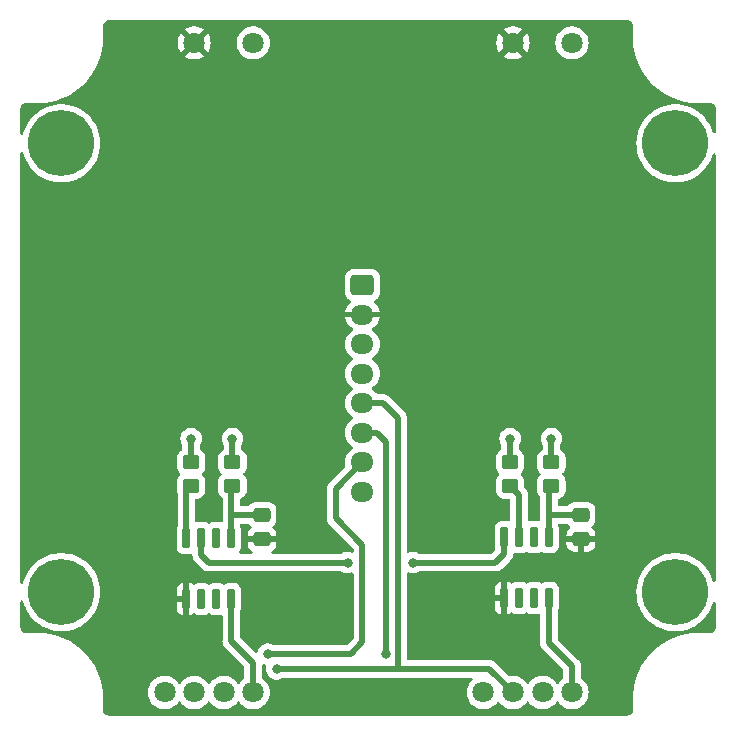
<source format=gbr>
%TF.GenerationSoftware,KiCad,Pcbnew,7.0.2-0*%
%TF.CreationDate,2024-10-30T20:33:57-04:00*%
%TF.ProjectId,2sliders,32736c69-6465-4727-932e-6b696361645f,rev?*%
%TF.SameCoordinates,Original*%
%TF.FileFunction,Copper,L2,Bot*%
%TF.FilePolarity,Positive*%
%FSLAX46Y46*%
G04 Gerber Fmt 4.6, Leading zero omitted, Abs format (unit mm)*
G04 Created by KiCad (PCBNEW 7.0.2-0) date 2024-10-30 20:33:57*
%MOMM*%
%LPD*%
G01*
G04 APERTURE LIST*
G04 Aperture macros list*
%AMRoundRect*
0 Rectangle with rounded corners*
0 $1 Rounding radius*
0 $2 $3 $4 $5 $6 $7 $8 $9 X,Y pos of 4 corners*
0 Add a 4 corners polygon primitive as box body*
4,1,4,$2,$3,$4,$5,$6,$7,$8,$9,$2,$3,0*
0 Add four circle primitives for the rounded corners*
1,1,$1+$1,$2,$3*
1,1,$1+$1,$4,$5*
1,1,$1+$1,$6,$7*
1,1,$1+$1,$8,$9*
0 Add four rect primitives between the rounded corners*
20,1,$1+$1,$2,$3,$4,$5,0*
20,1,$1+$1,$4,$5,$6,$7,0*
20,1,$1+$1,$6,$7,$8,$9,0*
20,1,$1+$1,$8,$9,$2,$3,0*%
G04 Aperture macros list end*
%TA.AperFunction,ComponentPad*%
%ADD10C,5.600000*%
%TD*%
%TA.AperFunction,ComponentPad*%
%ADD11C,1.800000*%
%TD*%
%TA.AperFunction,SMDPad,CuDef*%
%ADD12RoundRect,0.250000X0.450000X-0.350000X0.450000X0.350000X-0.450000X0.350000X-0.450000X-0.350000X0*%
%TD*%
%TA.AperFunction,SMDPad,CuDef*%
%ADD13RoundRect,0.250000X0.475000X-0.337500X0.475000X0.337500X-0.475000X0.337500X-0.475000X-0.337500X0*%
%TD*%
%TA.AperFunction,SMDPad,CuDef*%
%ADD14RoundRect,0.150000X0.150000X-0.725000X0.150000X0.725000X-0.150000X0.725000X-0.150000X-0.725000X0*%
%TD*%
%TA.AperFunction,ComponentPad*%
%ADD15RoundRect,0.250000X-0.725000X0.600000X-0.725000X-0.600000X0.725000X-0.600000X0.725000X0.600000X0*%
%TD*%
%TA.AperFunction,ComponentPad*%
%ADD16O,1.950000X1.700000*%
%TD*%
%TA.AperFunction,ViaPad*%
%ADD17C,0.800000*%
%TD*%
%TA.AperFunction,Conductor*%
%ADD18C,0.500000*%
%TD*%
G04 APERTURE END LIST*
D10*
%TO.P,H4,1*%
%TO.N,N/C*%
X56500000Y11500000D03*
%TD*%
%TO.P,H2,1*%
%TO.N,N/C*%
X4500000Y11500000D03*
%TD*%
D11*
%TO.P,R1,1,1*%
%TO.N,AREF*%
X42750000Y3000000D03*
%TO.P,R1,2,2*%
%TO.N,TRIGGER 1*%
X40250000Y3000000D03*
%TO.P,R1,3,3*%
%TO.N,GND*%
X42750000Y58000000D03*
%TO.P,R1,B,B*%
%TO.N,+5V*%
X47750000Y58000000D03*
%TO.P,R1,E,E*%
%TO.N,Net-(U1-OUTR)*%
X47750000Y3000000D03*
%TO.P,R1,L*%
%TO.N,N/C*%
X45250000Y3000000D03*
%TD*%
D10*
%TO.P,H3,1*%
%TO.N,N/C*%
X56500000Y49500000D03*
%TD*%
D11*
%TO.P,R2,1,1*%
%TO.N,AREF*%
X15750000Y3000000D03*
%TO.P,R2,2,2*%
%TO.N,TRIGGER 2*%
X13250000Y3000000D03*
%TO.P,R2,3,3*%
%TO.N,GND*%
X15750000Y58000000D03*
%TO.P,R2,B,B*%
%TO.N,+5V*%
X20750000Y58000000D03*
%TO.P,R2,E,E*%
%TO.N,Net-(U2-OUTR)*%
X20750000Y3000000D03*
%TO.P,R2,L*%
%TO.N,N/C*%
X18250000Y3000000D03*
%TD*%
D10*
%TO.P,H1,1*%
%TO.N,N/C*%
X4500000Y49500000D03*
%TD*%
D12*
%TO.P,R6,1*%
%TO.N,Net-(U2-DO)*%
X15500000Y20500000D03*
%TO.P,R6,2*%
%TO.N,DOUT*%
X15500000Y22500000D03*
%TD*%
%TO.P,R5,1*%
%TO.N,Net-(U1-DIN)*%
X42500000Y20500000D03*
%TO.P,R5,2*%
%TO.N,DIN*%
X42500000Y22500000D03*
%TD*%
D13*
%TO.P,C2,1*%
%TO.N,GND*%
X21500000Y15962500D03*
%TO.P,C2,2*%
%TO.N,Net-(U2-VDD)*%
X21500000Y18037500D03*
%TD*%
D12*
%TO.P,R3,1*%
%TO.N,Net-(U1-VDD)*%
X46000000Y20500000D03*
%TO.P,R3,2*%
%TO.N,+5V*%
X46000000Y22500000D03*
%TD*%
D14*
%TO.P,U2,1,OUTR*%
%TO.N,Net-(U2-OUTR)*%
X18905000Y10925000D03*
%TO.P,U2,2,OUTG*%
%TO.N,unconnected-(U2-OUTG-Pad2)*%
X17635000Y10925000D03*
%TO.P,U2,3,OUTB*%
%TO.N,unconnected-(U2-OUTB-Pad3)*%
X16365000Y10925000D03*
%TO.P,U2,4,GND*%
%TO.N,GND*%
X15095000Y10925000D03*
%TO.P,U2,5,DO*%
%TO.N,Net-(U2-DO)*%
X15095000Y16075000D03*
%TO.P,U2,6,DIN*%
%TO.N,Net-(U1-DO)*%
X16365000Y16075000D03*
%TO.P,U2,7,SET*%
%TO.N,unconnected-(U2-SET-Pad7)*%
X17635000Y16075000D03*
%TO.P,U2,8,VDD*%
%TO.N,Net-(U2-VDD)*%
X18905000Y16075000D03*
%TD*%
D12*
%TO.P,R4,1*%
%TO.N,Net-(U2-VDD)*%
X19000000Y20500000D03*
%TO.P,R4,2*%
%TO.N,+5V*%
X19000000Y22500000D03*
%TD*%
D15*
%TO.P,J2,1,Pin_1*%
%TO.N,+5V*%
X30000000Y37500000D03*
D16*
%TO.P,J2,2,Pin_2*%
%TO.N,GND*%
X30000000Y35000000D03*
%TO.P,J2,3,Pin_3*%
%TO.N,DIN*%
X30000000Y32500000D03*
%TO.P,J2,4,Pin_4*%
%TO.N,DOUT*%
X30000000Y30000000D03*
%TO.P,J2,5,Pin_5*%
%TO.N,AREF*%
X30000000Y27500000D03*
%TO.P,J2,6,Pin_6*%
%TO.N,TRIGGER 1*%
X30000000Y25000000D03*
%TO.P,J2,7,Pin_7*%
%TO.N,TRIGGER 2*%
X30000000Y22500000D03*
%TO.P,J2,8,Pin_8*%
%TO.N,unconnected-(J2-Pin_8-Pad8)*%
X30000000Y20000000D03*
%TD*%
D14*
%TO.P,U1,1,OUTR*%
%TO.N,Net-(U1-OUTR)*%
X45810000Y11000000D03*
%TO.P,U1,2,OUTG*%
%TO.N,unconnected-(U1-OUTG-Pad2)*%
X44540000Y11000000D03*
%TO.P,U1,3,OUTB*%
%TO.N,unconnected-(U1-OUTB-Pad3)*%
X43270000Y11000000D03*
%TO.P,U1,4,GND*%
%TO.N,GND*%
X42000000Y11000000D03*
%TO.P,U1,5,DO*%
%TO.N,Net-(U1-DO)*%
X42000000Y16150000D03*
%TO.P,U1,6,DIN*%
%TO.N,Net-(U1-DIN)*%
X43270000Y16150000D03*
%TO.P,U1,7,SET*%
%TO.N,unconnected-(U1-SET-Pad7)*%
X44540000Y16150000D03*
%TO.P,U1,8,VDD*%
%TO.N,Net-(U1-VDD)*%
X45810000Y16150000D03*
%TD*%
D13*
%TO.P,C1,1*%
%TO.N,GND*%
X48500000Y15962500D03*
%TO.P,C1,2*%
%TO.N,Net-(U1-VDD)*%
X48500000Y18037500D03*
%TD*%
D17*
%TO.N,+5V*%
X46000000Y24500000D03*
X19000000Y24500000D03*
%TO.N,DIN*%
X42500000Y24500000D03*
%TO.N,DOUT*%
X15500000Y24500000D03*
%TO.N,AREF*%
X22750000Y5000000D03*
%TO.N,TRIGGER 1*%
X32000000Y6250000D03*
%TO.N,TRIGGER 2*%
X22000000Y6250000D03*
%TO.N,Net-(U1-DO)*%
X28750000Y14000000D03*
X34250000Y14000000D03*
%TD*%
D18*
%TO.N,Net-(U1-VDD)*%
X45810000Y18000000D02*
X45810000Y20310000D01*
X45810000Y20310000D02*
X46000000Y20500000D01*
X45810000Y16150000D02*
X45810000Y18000000D01*
X48500000Y18037500D02*
X45847500Y18037500D01*
X45847500Y18037500D02*
X45810000Y18000000D01*
%TO.N,Net-(U2-VDD)*%
X18905000Y16075000D02*
X18905000Y18000000D01*
X21500000Y18037500D02*
X18942500Y18037500D01*
X18942500Y18037500D02*
X18905000Y18000000D01*
X18905000Y18000000D02*
X18905000Y20405000D01*
X18905000Y20405000D02*
X19000000Y20500000D01*
%TO.N,+5V*%
X19000000Y22500000D02*
X19000000Y24500000D01*
X46000000Y22500000D02*
X46000000Y24500000D01*
%TO.N,DIN*%
X42500000Y24500000D02*
X42500000Y22500000D01*
%TO.N,DOUT*%
X15500000Y24500000D02*
X15500000Y22500000D01*
%TO.N,AREF*%
X34250000Y5000000D02*
X40750000Y5000000D01*
X33000000Y5000000D02*
X34250000Y5000000D01*
X34250000Y5000000D02*
X22750000Y5000000D01*
X33000000Y26250000D02*
X33000000Y5000000D01*
X30000000Y27500000D02*
X31750000Y27500000D01*
X40750000Y5000000D02*
X42750000Y3000000D01*
X31750000Y27500000D02*
X33000000Y26250000D01*
%TO.N,TRIGGER 1*%
X31250000Y25000000D02*
X30000000Y25000000D01*
X32000000Y24250000D02*
X31250000Y25000000D01*
X32000000Y6250000D02*
X32000000Y24250000D01*
%TO.N,TRIGGER 2*%
X30000000Y22500000D02*
X27750000Y20250000D01*
X29000000Y6250000D02*
X22000000Y6250000D01*
X30000000Y7250000D02*
X29000000Y6250000D01*
X27750000Y17750000D02*
X30000000Y15500000D01*
X30000000Y15500000D02*
X30000000Y7250000D01*
X27750000Y20250000D02*
X27750000Y17750000D01*
%TO.N,Net-(U1-OUTR)*%
X47750000Y3000000D02*
X47750000Y5250000D01*
X47750000Y5250000D02*
X45810000Y7190000D01*
X45810000Y7190000D02*
X45810000Y11000000D01*
%TO.N,Net-(U2-OUTR)*%
X18905000Y7345000D02*
X18905000Y10925000D01*
X20750000Y5500000D02*
X18905000Y7345000D01*
X20750000Y3000000D02*
X20750000Y5500000D01*
%TO.N,Net-(U1-DIN)*%
X43270000Y19730000D02*
X42500000Y20500000D01*
X43270000Y16150000D02*
X43270000Y19730000D01*
%TO.N,Net-(U2-DO)*%
X15095000Y16075000D02*
X15095000Y20095000D01*
X15095000Y20095000D02*
X15500000Y20500000D01*
%TO.N,Net-(U1-DO)*%
X17000000Y14000000D02*
X28750000Y14000000D01*
X34250000Y14000000D02*
X41250000Y14000000D01*
X41250000Y14000000D02*
X42000000Y14750000D01*
X16365000Y16075000D02*
X16365000Y14635000D01*
X16365000Y14635000D02*
X17000000Y14000000D01*
X42000000Y14750000D02*
X42000000Y16150000D01*
%TD*%
%TA.AperFunction,Conductor*%
%TO.N,GND*%
G36*
X52488057Y59908439D02*
G01*
X52509076Y59905671D01*
X52574978Y59896995D01*
X52606243Y59888617D01*
X52679667Y59858204D01*
X52707701Y59842019D01*
X52770750Y59793640D01*
X52793640Y59770750D01*
X52842019Y59707701D01*
X52858204Y59679667D01*
X52888617Y59606243D01*
X52896995Y59574978D01*
X52908439Y59488061D01*
X52909500Y59471874D01*
X52909500Y58496408D01*
X52909500Y58480000D01*
X52909500Y58261134D01*
X52909690Y58258715D01*
X52909691Y58258699D01*
X52938941Y57887047D01*
X52943844Y57824753D01*
X52944226Y57822340D01*
X52944227Y57822333D01*
X53011939Y57394811D01*
X53011943Y57394789D01*
X53012320Y57392411D01*
X53012884Y57390060D01*
X53012886Y57390052D01*
X53078484Y57116818D01*
X53114506Y56966774D01*
X53115256Y56964463D01*
X53115258Y56964459D01*
X53249019Y56552785D01*
X53249025Y56552766D01*
X53249773Y56550467D01*
X53250698Y56548232D01*
X53250705Y56548215D01*
X53416350Y56148313D01*
X53416355Y56148301D01*
X53417285Y56146057D01*
X53418385Y56143897D01*
X53418392Y56143883D01*
X53614908Y55758198D01*
X53614917Y55758180D01*
X53616011Y55756035D01*
X53617269Y55753981D01*
X53617282Y55753959D01*
X53843442Y55384900D01*
X53843454Y55384881D01*
X53844725Y55382808D01*
X53846160Y55380831D01*
X53846168Y55380821D01*
X54100584Y55030647D01*
X54100596Y55030631D01*
X54102017Y55028676D01*
X54103586Y55026838D01*
X54103597Y55026825D01*
X54384712Y54697681D01*
X54384726Y54697665D01*
X54386300Y54695823D01*
X54388018Y54694104D01*
X54388031Y54694091D01*
X54694091Y54388031D01*
X54694104Y54388018D01*
X54695823Y54386300D01*
X54697665Y54384726D01*
X54697681Y54384712D01*
X55026825Y54103597D01*
X55026838Y54103586D01*
X55028676Y54102017D01*
X55030631Y54100596D01*
X55030647Y54100584D01*
X55380821Y53846168D01*
X55380831Y53846160D01*
X55382808Y53844725D01*
X55384881Y53843454D01*
X55384900Y53843442D01*
X55753959Y53617282D01*
X55753981Y53617269D01*
X55756035Y53616011D01*
X55758180Y53614917D01*
X55758198Y53614908D01*
X56143883Y53418392D01*
X56143897Y53418385D01*
X56146057Y53417285D01*
X56148301Y53416355D01*
X56148313Y53416350D01*
X56548215Y53250705D01*
X56548232Y53250698D01*
X56550467Y53249773D01*
X56552766Y53249025D01*
X56552785Y53249019D01*
X56964459Y53115258D01*
X56964463Y53115256D01*
X56966774Y53114506D01*
X56969133Y53113939D01*
X56969139Y53113938D01*
X57390052Y53012886D01*
X57390060Y53012884D01*
X57392411Y53012320D01*
X57394789Y53011943D01*
X57394811Y53011939D01*
X57822333Y52944227D01*
X57822340Y52944226D01*
X57824753Y52943844D01*
X57827175Y52943653D01*
X57827187Y52943652D01*
X58258699Y52909691D01*
X58258715Y52909690D01*
X58261134Y52909500D01*
X58469955Y52909500D01*
X59463592Y52909500D01*
X59471874Y52909500D01*
X59488057Y52908439D01*
X59509076Y52905671D01*
X59574978Y52896995D01*
X59606243Y52888617D01*
X59679667Y52858204D01*
X59707701Y52842019D01*
X59770750Y52793640D01*
X59793640Y52770750D01*
X59842019Y52707701D01*
X59858204Y52679667D01*
X59888617Y52606243D01*
X59896995Y52574978D01*
X59908439Y52488061D01*
X59909500Y52471874D01*
X59909500Y50467213D01*
X59889815Y50400174D01*
X59837011Y50354419D01*
X59767853Y50344475D01*
X59704297Y50373500D01*
X59666523Y50432278D01*
X59666020Y50434040D01*
X59632324Y50555403D01*
X59499853Y50887880D01*
X59332211Y51204085D01*
X59131365Y51500311D01*
X58899668Y51773086D01*
X58639837Y52019211D01*
X58354919Y52235800D01*
X58048253Y52420315D01*
X57723435Y52570591D01*
X57384274Y52684868D01*
X57034746Y52761805D01*
X56678948Y52800500D01*
X56321052Y52800500D01*
X55965254Y52761805D01*
X55615726Y52684868D01*
X55276565Y52570591D01*
X54951747Y52420315D01*
X54645081Y52235800D01*
X54360163Y52019211D01*
X54357732Y52016908D01*
X54102769Y51775395D01*
X54102763Y51775389D01*
X54100332Y51773086D01*
X53868635Y51500311D01*
X53667789Y51204085D01*
X53500147Y50887880D01*
X53367676Y50555403D01*
X53366773Y50552152D01*
X53366773Y50552151D01*
X53293980Y50289972D01*
X53271929Y50210552D01*
X53271387Y50207248D01*
X53271384Y50207233D01*
X53214573Y49860697D01*
X53214028Y49857371D01*
X53213846Y49854018D01*
X53213845Y49854007D01*
X53196108Y49526862D01*
X53194652Y49500000D01*
X53194834Y49496643D01*
X53213845Y49145992D01*
X53213846Y49145979D01*
X53214028Y49142629D01*
X53214572Y49139309D01*
X53214573Y49139302D01*
X53271384Y48792766D01*
X53271388Y48792747D01*
X53271929Y48789448D01*
X53272826Y48786214D01*
X53272828Y48786209D01*
X53343190Y48532786D01*
X53367676Y48444597D01*
X53368922Y48441468D01*
X53368924Y48441464D01*
X53498902Y48115243D01*
X53498906Y48115232D01*
X53500147Y48112120D01*
X53501717Y48109157D01*
X53501722Y48109148D01*
X53666212Y47798889D01*
X53667789Y47795915D01*
X53669671Y47793138D01*
X53669679Y47793126D01*
X53866748Y47502471D01*
X53866755Y47502461D01*
X53868635Y47499689D01*
X53870802Y47497137D01*
X53870808Y47497130D01*
X54098158Y47229472D01*
X54098169Y47229459D01*
X54100332Y47226914D01*
X54102754Y47224619D01*
X54102769Y47224604D01*
X54357732Y46983091D01*
X54357739Y46983084D01*
X54360163Y46980789D01*
X54362814Y46978773D01*
X54362822Y46978767D01*
X54642412Y46766228D01*
X54642423Y46766220D01*
X54645081Y46764200D01*
X54647945Y46762476D01*
X54647958Y46762468D01*
X54948864Y46581419D01*
X54948873Y46581414D01*
X54951747Y46579685D01*
X54954792Y46578275D01*
X54954802Y46578271D01*
X55273509Y46430822D01*
X55273522Y46430816D01*
X55276565Y46429409D01*
X55279749Y46428336D01*
X55279752Y46428335D01*
X55612542Y46316204D01*
X55612555Y46316200D01*
X55615726Y46315132D01*
X55618988Y46314413D01*
X55619006Y46314409D01*
X55961966Y46238918D01*
X55961979Y46238915D01*
X55965254Y46238195D01*
X55968598Y46237831D01*
X55968600Y46237831D01*
X56317713Y46199863D01*
X56317715Y46199862D01*
X56321052Y46199500D01*
X56324410Y46199500D01*
X56675590Y46199500D01*
X56678948Y46199500D01*
X57034746Y46238195D01*
X57038023Y46238916D01*
X57038033Y46238918D01*
X57380993Y46314409D01*
X57381006Y46314412D01*
X57384274Y46315132D01*
X57387448Y46316201D01*
X57387457Y46316204D01*
X57720247Y46428335D01*
X57723435Y46429409D01*
X57726483Y46430819D01*
X57726490Y46430822D01*
X58045197Y46578271D01*
X58045199Y46578272D01*
X58048253Y46579685D01*
X58051135Y46581419D01*
X58352041Y46762468D01*
X58352045Y46762471D01*
X58354919Y46764200D01*
X58639837Y46980789D01*
X58701252Y47038964D01*
X58897230Y47224604D01*
X58897235Y47224609D01*
X58899668Y47226914D01*
X59131365Y47499689D01*
X59332211Y47795915D01*
X59499853Y48112120D01*
X59632324Y48444597D01*
X59666020Y48565960D01*
X59702922Y48625289D01*
X59766042Y48655250D01*
X59835340Y48646329D01*
X59888814Y48601359D01*
X59909486Y48534618D01*
X59909500Y48532786D01*
X59909500Y12467213D01*
X59889815Y12400174D01*
X59837011Y12354419D01*
X59767853Y12344475D01*
X59704297Y12373500D01*
X59666523Y12432278D01*
X59666020Y12434040D01*
X59632324Y12555403D01*
X59499853Y12887880D01*
X59332211Y13204085D01*
X59131365Y13500311D01*
X58899668Y13773086D01*
X58639837Y14019211D01*
X58354919Y14235800D01*
X58048253Y14420315D01*
X57723435Y14570591D01*
X57384274Y14684868D01*
X57034746Y14761805D01*
X56678948Y14800500D01*
X56321052Y14800500D01*
X55965254Y14761805D01*
X55615726Y14684868D01*
X55276565Y14570591D01*
X54951747Y14420315D01*
X54645081Y14235800D01*
X54360163Y14019211D01*
X54357732Y14016908D01*
X54102769Y13775395D01*
X54102763Y13775389D01*
X54100332Y13773086D01*
X53868635Y13500311D01*
X53866748Y13497528D01*
X53682524Y13225817D01*
X53667789Y13204085D01*
X53500147Y12887880D01*
X53367676Y12555403D01*
X53366773Y12552152D01*
X53366773Y12552151D01*
X53296097Y12297598D01*
X53271929Y12210552D01*
X53271387Y12207248D01*
X53271384Y12207233D01*
X53222721Y11910398D01*
X53214028Y11857371D01*
X53213846Y11854018D01*
X53213845Y11854007D01*
X53206214Y11713248D01*
X53194652Y11500000D01*
X53194834Y11496643D01*
X53213845Y11145992D01*
X53213846Y11145979D01*
X53214028Y11142629D01*
X53214572Y11139309D01*
X53214573Y11139302D01*
X53271384Y10792766D01*
X53271388Y10792747D01*
X53271929Y10789448D01*
X53272826Y10786214D01*
X53272828Y10786209D01*
X53343190Y10532786D01*
X53367676Y10444597D01*
X53368922Y10441468D01*
X53368924Y10441464D01*
X53498902Y10115243D01*
X53498906Y10115232D01*
X53500147Y10112120D01*
X53501717Y10109157D01*
X53501722Y10109148D01*
X53626849Y9873135D01*
X53667789Y9795915D01*
X53669671Y9793138D01*
X53669679Y9793126D01*
X53866748Y9502471D01*
X53866755Y9502461D01*
X53868635Y9499689D01*
X53870802Y9497137D01*
X53870808Y9497130D01*
X54098158Y9229472D01*
X54098169Y9229459D01*
X54100332Y9226914D01*
X54102754Y9224619D01*
X54102769Y9224604D01*
X54357732Y8983091D01*
X54357739Y8983084D01*
X54360163Y8980789D01*
X54362814Y8978773D01*
X54362822Y8978767D01*
X54642412Y8766228D01*
X54642423Y8766220D01*
X54645081Y8764200D01*
X54647945Y8762476D01*
X54647958Y8762468D01*
X54948864Y8581419D01*
X54948873Y8581414D01*
X54951747Y8579685D01*
X54954792Y8578275D01*
X54954802Y8578271D01*
X55273509Y8430822D01*
X55273522Y8430816D01*
X55276565Y8429409D01*
X55279749Y8428336D01*
X55279752Y8428335D01*
X55612542Y8316204D01*
X55612555Y8316200D01*
X55615726Y8315132D01*
X55618988Y8314413D01*
X55619006Y8314409D01*
X55961966Y8238918D01*
X55961979Y8238915D01*
X55965254Y8238195D01*
X55968598Y8237831D01*
X55968600Y8237831D01*
X56317713Y8199863D01*
X56317715Y8199862D01*
X56321052Y8199500D01*
X56324410Y8199500D01*
X56675590Y8199500D01*
X56678948Y8199500D01*
X57034746Y8238195D01*
X57038023Y8238916D01*
X57038033Y8238918D01*
X57380993Y8314409D01*
X57381006Y8314412D01*
X57384274Y8315132D01*
X57387448Y8316201D01*
X57387457Y8316204D01*
X57635005Y8399613D01*
X57723435Y8429409D01*
X57726483Y8430819D01*
X57726490Y8430822D01*
X58045197Y8578271D01*
X58045199Y8578272D01*
X58048253Y8579685D01*
X58051135Y8581419D01*
X58352041Y8762468D01*
X58352045Y8762471D01*
X58354919Y8764200D01*
X58639837Y8980789D01*
X58701252Y9038964D01*
X58897230Y9224604D01*
X58897235Y9224609D01*
X58899668Y9226914D01*
X59131365Y9499689D01*
X59332211Y9795915D01*
X59499853Y10112120D01*
X59632324Y10444597D01*
X59666020Y10565960D01*
X59702922Y10625289D01*
X59766042Y10655250D01*
X59835340Y10646329D01*
X59888814Y10601359D01*
X59909486Y10534618D01*
X59909500Y10532786D01*
X59909500Y8488125D01*
X59908439Y8471938D01*
X59896995Y8385021D01*
X59888617Y8353756D01*
X59858204Y8280332D01*
X59842019Y8252298D01*
X59793640Y8189249D01*
X59770752Y8166361D01*
X59728989Y8134314D01*
X59707701Y8117980D01*
X59679667Y8101795D01*
X59606243Y8071382D01*
X59574976Y8063004D01*
X59488059Y8051561D01*
X59471874Y8050500D01*
X58496408Y8050500D01*
X58480000Y8050500D01*
X58261134Y8050500D01*
X57824753Y8016156D01*
X57392411Y7947680D01*
X56966774Y7845494D01*
X56550467Y7710227D01*
X56146057Y7542715D01*
X55756035Y7343989D01*
X55753962Y7342718D01*
X55753959Y7342717D01*
X55493131Y7182881D01*
X55382808Y7115275D01*
X55028676Y6857983D01*
X55001516Y6834786D01*
X54787048Y6651613D01*
X54695823Y6573700D01*
X54386300Y6264177D01*
X54384715Y6262321D01*
X54384712Y6262318D01*
X54221579Y6071313D01*
X54102017Y5931324D01*
X54100587Y5929356D01*
X54100584Y5929352D01*
X53941660Y5710612D01*
X53844725Y5577192D01*
X53843446Y5575106D01*
X53843442Y5575099D01*
X53617282Y5206040D01*
X53617276Y5206029D01*
X53616011Y5203965D01*
X53614912Y5201808D01*
X53614908Y5201801D01*
X53499577Y4975450D01*
X53417285Y4813943D01*
X53416351Y4811688D01*
X53416350Y4811686D01*
X53341804Y4631715D01*
X53249773Y4409533D01*
X53249023Y4407225D01*
X53249019Y4407214D01*
X53175522Y4181012D01*
X53114506Y3993226D01*
X53113938Y3990860D01*
X53067838Y3798837D01*
X53012320Y3567589D01*
X53011942Y3565205D01*
X53011939Y3565188D01*
X52959058Y3231305D01*
X52943844Y3135247D01*
X52943653Y3132821D01*
X52943652Y3132812D01*
X52909691Y2701300D01*
X52909690Y2701285D01*
X52909500Y2698866D01*
X52909500Y2696420D01*
X52909500Y1488125D01*
X52908439Y1471938D01*
X52896995Y1385021D01*
X52888617Y1353756D01*
X52858204Y1280332D01*
X52842019Y1252298D01*
X52793640Y1189249D01*
X52770752Y1166361D01*
X52728989Y1134314D01*
X52707701Y1117980D01*
X52679667Y1101795D01*
X52606243Y1071382D01*
X52574976Y1063004D01*
X52488059Y1051561D01*
X52471874Y1050500D01*
X8488126Y1050500D01*
X8471941Y1051561D01*
X8385023Y1063004D01*
X8353756Y1071382D01*
X8280332Y1101795D01*
X8252300Y1117978D01*
X8189243Y1166364D01*
X8166364Y1189243D01*
X8117978Y1252300D01*
X8101795Y1280332D01*
X8071382Y1353756D01*
X8063004Y1385023D01*
X8051561Y1471940D01*
X8050500Y1488125D01*
X8050500Y2696420D01*
X8050500Y2698866D01*
X8026800Y3000000D01*
X11844699Y3000000D01*
X11863865Y2768700D01*
X11863865Y2768696D01*
X11863866Y2768695D01*
X11918201Y2554132D01*
X11920844Y2543696D01*
X12014076Y2331150D01*
X12141020Y2136848D01*
X12298215Y1966087D01*
X12481372Y1823531D01*
X12685501Y1713062D01*
X12905015Y1637702D01*
X13088164Y1607140D01*
X13133951Y1599500D01*
X13133952Y1599500D01*
X13366048Y1599500D01*
X13366049Y1599500D01*
X13423282Y1609050D01*
X13594984Y1637702D01*
X13814498Y1713062D01*
X13814499Y1713062D01*
X13814503Y1713064D01*
X14018626Y1823530D01*
X14201784Y1966087D01*
X14358979Y2136847D01*
X14396192Y2193805D01*
X14449338Y2239161D01*
X14518569Y2248585D01*
X14581905Y2219083D01*
X14603807Y2193807D01*
X14641021Y2136847D01*
X14641022Y2136846D01*
X14798215Y1966087D01*
X14981372Y1823531D01*
X15185501Y1713062D01*
X15405015Y1637702D01*
X15588164Y1607140D01*
X15633951Y1599500D01*
X15633952Y1599500D01*
X15866048Y1599500D01*
X15866049Y1599500D01*
X15923282Y1609050D01*
X16094984Y1637702D01*
X16314498Y1713062D01*
X16314499Y1713062D01*
X16314503Y1713064D01*
X16518626Y1823530D01*
X16701784Y1966087D01*
X16858979Y2136847D01*
X16896192Y2193805D01*
X16949338Y2239161D01*
X17018569Y2248585D01*
X17081905Y2219083D01*
X17103807Y2193807D01*
X17141021Y2136847D01*
X17141022Y2136846D01*
X17298215Y1966087D01*
X17481372Y1823531D01*
X17685501Y1713062D01*
X17905015Y1637702D01*
X18088164Y1607140D01*
X18133951Y1599500D01*
X18133952Y1599500D01*
X18366048Y1599500D01*
X18366049Y1599500D01*
X18423282Y1609050D01*
X18594984Y1637702D01*
X18814498Y1713062D01*
X18814499Y1713062D01*
X18814503Y1713064D01*
X19018626Y1823530D01*
X19201784Y1966087D01*
X19358979Y2136847D01*
X19396192Y2193805D01*
X19449338Y2239161D01*
X19518569Y2248585D01*
X19581905Y2219083D01*
X19603807Y2193807D01*
X19641021Y2136847D01*
X19641022Y2136846D01*
X19798215Y1966087D01*
X19981372Y1823531D01*
X20185501Y1713062D01*
X20405015Y1637702D01*
X20588164Y1607140D01*
X20633951Y1599500D01*
X20633952Y1599500D01*
X20866048Y1599500D01*
X20866049Y1599500D01*
X20923282Y1609050D01*
X21094984Y1637702D01*
X21314498Y1713062D01*
X21314499Y1713062D01*
X21314503Y1713064D01*
X21518626Y1823530D01*
X21701784Y1966087D01*
X21858979Y2136847D01*
X21985924Y2331151D01*
X22079157Y2543700D01*
X22136134Y2768695D01*
X22141748Y2836456D01*
X22155301Y3000000D01*
X22136134Y3231299D01*
X22136134Y3231305D01*
X22079157Y3456300D01*
X21985924Y3668849D01*
X21858979Y3863153D01*
X21701784Y4033913D01*
X21548335Y4153345D01*
X21507525Y4210053D01*
X21500500Y4251197D01*
X21500500Y5295728D01*
X21520185Y5362767D01*
X21572989Y5408522D01*
X21642147Y5418466D01*
X21674934Y5409008D01*
X21686049Y5404060D01*
X21720201Y5388854D01*
X21781277Y5375872D01*
X21842759Y5342679D01*
X21876535Y5281516D01*
X21873427Y5216266D01*
X21864326Y5188256D01*
X21844540Y5000000D01*
X21864326Y4811742D01*
X21922820Y4631715D01*
X22017466Y4467783D01*
X22144129Y4327110D01*
X22297269Y4215848D01*
X22470197Y4138855D01*
X22655352Y4099500D01*
X22655354Y4099500D01*
X22844648Y4099500D01*
X23029802Y4138855D01*
X23202728Y4215847D01*
X23216450Y4225817D01*
X23282256Y4249298D01*
X23289337Y4249500D01*
X32912279Y4249500D01*
X32974554Y4249500D01*
X32981764Y4249290D01*
X33043934Y4245668D01*
X33054977Y4247616D01*
X33076510Y4249500D01*
X34162279Y4249500D01*
X39214003Y4249500D01*
X39281042Y4229815D01*
X39326797Y4177011D01*
X39336741Y4107853D01*
X39307716Y4044297D01*
X39304951Y4041677D01*
X39305175Y4041472D01*
X39298217Y4033914D01*
X39298216Y4033913D01*
X39141021Y3863153D01*
X39014076Y3668849D01*
X38921013Y3456687D01*
X38920843Y3456300D01*
X38863866Y3231305D01*
X38863865Y3231301D01*
X38863865Y3231299D01*
X38844699Y3000000D01*
X38863865Y2768700D01*
X38863865Y2768696D01*
X38863866Y2768695D01*
X38918201Y2554132D01*
X38920844Y2543696D01*
X39014076Y2331150D01*
X39141020Y2136848D01*
X39298215Y1966087D01*
X39481372Y1823531D01*
X39685501Y1713062D01*
X39905015Y1637702D01*
X40088164Y1607140D01*
X40133951Y1599500D01*
X40133952Y1599500D01*
X40366048Y1599500D01*
X40366049Y1599500D01*
X40423281Y1609050D01*
X40594984Y1637702D01*
X40814498Y1713062D01*
X40814499Y1713062D01*
X40814503Y1713064D01*
X41018626Y1823530D01*
X41201784Y1966087D01*
X41358979Y2136847D01*
X41396192Y2193805D01*
X41449338Y2239161D01*
X41518569Y2248585D01*
X41581905Y2219083D01*
X41603807Y2193807D01*
X41641021Y2136847D01*
X41641022Y2136846D01*
X41798215Y1966087D01*
X41981372Y1823531D01*
X42185501Y1713062D01*
X42405015Y1637702D01*
X42588164Y1607140D01*
X42633951Y1599500D01*
X42633952Y1599500D01*
X42866048Y1599500D01*
X42866049Y1599500D01*
X42923281Y1609050D01*
X43094984Y1637702D01*
X43314498Y1713062D01*
X43314499Y1713062D01*
X43314503Y1713064D01*
X43518626Y1823530D01*
X43701784Y1966087D01*
X43858979Y2136847D01*
X43896192Y2193805D01*
X43949338Y2239161D01*
X44018569Y2248585D01*
X44081905Y2219083D01*
X44103807Y2193807D01*
X44141021Y2136847D01*
X44141022Y2136846D01*
X44298215Y1966087D01*
X44481372Y1823531D01*
X44685501Y1713062D01*
X44905015Y1637702D01*
X45088164Y1607140D01*
X45133951Y1599500D01*
X45133952Y1599500D01*
X45366048Y1599500D01*
X45366049Y1599500D01*
X45423281Y1609050D01*
X45594984Y1637702D01*
X45814498Y1713062D01*
X45814499Y1713062D01*
X45814503Y1713064D01*
X46018626Y1823530D01*
X46201784Y1966087D01*
X46358979Y2136847D01*
X46396192Y2193805D01*
X46449338Y2239161D01*
X46518569Y2248585D01*
X46581905Y2219083D01*
X46603807Y2193807D01*
X46641021Y2136847D01*
X46641022Y2136846D01*
X46798215Y1966087D01*
X46981372Y1823531D01*
X47185501Y1713062D01*
X47405015Y1637702D01*
X47588164Y1607140D01*
X47633951Y1599500D01*
X47633952Y1599500D01*
X47866048Y1599500D01*
X47866049Y1599500D01*
X47923281Y1609050D01*
X48094984Y1637702D01*
X48314498Y1713062D01*
X48314499Y1713062D01*
X48314503Y1713064D01*
X48518626Y1823530D01*
X48701784Y1966087D01*
X48858979Y2136847D01*
X48985924Y2331151D01*
X49079157Y2543700D01*
X49136134Y2768695D01*
X49155300Y3000000D01*
X49136134Y3231305D01*
X49079157Y3456300D01*
X48985924Y3668849D01*
X48858979Y3863153D01*
X48701784Y4033913D01*
X48548335Y4153345D01*
X48507525Y4210053D01*
X48500500Y4251197D01*
X48500500Y5186294D01*
X48501809Y5204264D01*
X48503567Y5216266D01*
X48505289Y5228023D01*
X48500971Y5277365D01*
X48500500Y5288172D01*
X48500500Y5290099D01*
X48500500Y5293709D01*
X48496900Y5324499D01*
X48496534Y5328087D01*
X48489888Y5404060D01*
X48485673Y5423067D01*
X48470102Y5465849D01*
X48459577Y5494763D01*
X48458424Y5498080D01*
X48434814Y5569335D01*
X48434811Y5569338D01*
X48434415Y5570536D01*
X48425931Y5588061D01*
X48425237Y5589115D01*
X48425237Y5589117D01*
X48384008Y5651800D01*
X48382125Y5654756D01*
X48342712Y5718656D01*
X48342709Y5718658D01*
X48342048Y5719731D01*
X48329753Y5734824D01*
X48328832Y5735692D01*
X48328830Y5735696D01*
X48274254Y5787184D01*
X48271736Y5789630D01*
X46596817Y7464549D01*
X46563334Y7525870D01*
X46560500Y7552228D01*
X46560500Y9992672D01*
X46565424Y10027267D01*
X46607597Y10172427D01*
X46607598Y10172431D01*
X46610500Y10209306D01*
X46610500Y11790694D01*
X46607598Y11827569D01*
X46561744Y11985398D01*
X46478081Y12126865D01*
X46361865Y12243081D01*
X46220398Y12326744D01*
X46062569Y12372598D01*
X46025694Y12375500D01*
X45594306Y12375500D01*
X45557431Y12372598D01*
X45557427Y12372597D01*
X45556388Y12372295D01*
X45399602Y12326744D01*
X45272784Y12251744D01*
X45244652Y12235107D01*
X45243456Y12237129D01*
X45201358Y12214142D01*
X45131666Y12219126D01*
X45105747Y12235783D01*
X45105348Y12235107D01*
X45091865Y12243081D01*
X44950398Y12326744D01*
X44792569Y12372598D01*
X44755694Y12375500D01*
X44324306Y12375500D01*
X44287431Y12372598D01*
X44287427Y12372597D01*
X44286388Y12372295D01*
X44129602Y12326744D01*
X44002784Y12251744D01*
X43974652Y12235107D01*
X43973456Y12237129D01*
X43931358Y12214142D01*
X43861666Y12219126D01*
X43835747Y12235783D01*
X43835348Y12235107D01*
X43821865Y12243081D01*
X43680398Y12326744D01*
X43522569Y12372598D01*
X43485694Y12375500D01*
X43054306Y12375500D01*
X43017431Y12372598D01*
X43017427Y12372597D01*
X43016388Y12372295D01*
X42859602Y12326744D01*
X42732784Y12251744D01*
X42704652Y12235107D01*
X42703527Y12237007D01*
X42661004Y12213788D01*
X42591312Y12218772D01*
X42565447Y12235397D01*
X42565040Y12234709D01*
X42410200Y12326280D01*
X42252488Y12372099D01*
X42250000Y12372295D01*
X42250000Y9627703D01*
X42252487Y9627900D01*
X42410200Y9673719D01*
X42565040Y9765291D01*
X42566245Y9763252D01*
X42608288Y9786210D01*
X42677980Y9781226D01*
X42704306Y9764309D01*
X42704652Y9764893D01*
X42859602Y9673255D01*
X43017427Y9627402D01*
X43051871Y9624691D01*
X43051886Y9624690D01*
X43054306Y9624500D01*
X43056751Y9624500D01*
X43483249Y9624500D01*
X43485694Y9624500D01*
X43488114Y9624690D01*
X43488128Y9624691D01*
X43522572Y9627402D01*
X43680397Y9673255D01*
X43835348Y9764893D01*
X43836543Y9762870D01*
X43878642Y9785858D01*
X43948334Y9780874D01*
X43974252Y9764216D01*
X43974652Y9764893D01*
X44129602Y9673255D01*
X44287427Y9627402D01*
X44321871Y9624691D01*
X44321886Y9624690D01*
X44324306Y9624500D01*
X44326751Y9624500D01*
X44753249Y9624500D01*
X44755694Y9624500D01*
X44758114Y9624690D01*
X44758128Y9624691D01*
X44792572Y9627402D01*
X44900905Y9658876D01*
X44970774Y9658677D01*
X45029444Y9620735D01*
X45058288Y9557096D01*
X45059500Y9539800D01*
X45059500Y7253705D01*
X45058191Y7235735D01*
X45054711Y7211975D01*
X45059028Y7162629D01*
X45059500Y7151823D01*
X45059500Y7146291D01*
X45059916Y7142730D01*
X45059917Y7142715D01*
X45063098Y7115501D01*
X45063464Y7111916D01*
X45070109Y7035961D01*
X45074330Y7016921D01*
X45100421Y6945232D01*
X45101603Y6941831D01*
X45125579Y6869479D01*
X45134077Y6851925D01*
X45175970Y6788228D01*
X45177905Y6785190D01*
X45217943Y6720281D01*
X45230257Y6705164D01*
X45285709Y6652847D01*
X45288295Y6650335D01*
X46963181Y4975450D01*
X46996666Y4914127D01*
X46999500Y4887769D01*
X46999500Y4251197D01*
X46979815Y4184158D01*
X46951666Y4153347D01*
X46798216Y4033913D01*
X46641021Y3863153D01*
X46617793Y3827599D01*
X46603809Y3806195D01*
X46550663Y3760838D01*
X46481432Y3751414D01*
X46418096Y3780916D01*
X46396191Y3806195D01*
X46385419Y3822683D01*
X46358979Y3863153D01*
X46201784Y4033913D01*
X46018626Y4176470D01*
X45814503Y4286936D01*
X45594981Y4362298D01*
X45366049Y4400500D01*
X45133951Y4400500D01*
X44905019Y4362298D01*
X44905017Y4362297D01*
X44905015Y4362297D01*
X44802526Y4327112D01*
X44685497Y4286936D01*
X44481374Y4176470D01*
X44298216Y4033913D01*
X44141021Y3863153D01*
X44117793Y3827599D01*
X44103809Y3806195D01*
X44050663Y3760838D01*
X43981432Y3751414D01*
X43918096Y3780916D01*
X43896191Y3806195D01*
X43885419Y3822683D01*
X43858979Y3863153D01*
X43701784Y4033913D01*
X43518626Y4176470D01*
X43314503Y4286936D01*
X43094981Y4362298D01*
X42866049Y4400500D01*
X42633951Y4400500D01*
X42505724Y4379102D01*
X42436362Y4387484D01*
X42397639Y4413727D01*
X41325724Y5485642D01*
X41313954Y5499260D01*
X41299610Y5518530D01*
X41261667Y5550366D01*
X41253688Y5557680D01*
X41253103Y5558264D01*
X41249777Y5561591D01*
X41225439Y5580833D01*
X41222670Y5583090D01*
X41205075Y5597853D01*
X41165214Y5631302D01*
X41165211Y5631303D01*
X41164244Y5632115D01*
X41147827Y5642573D01*
X41146682Y5643106D01*
X41146677Y5643111D01*
X41078646Y5674833D01*
X41075488Y5676362D01*
X41008433Y5710040D01*
X41008432Y5710040D01*
X41007294Y5710612D01*
X40988914Y5717000D01*
X40987675Y5717255D01*
X40987673Y5717257D01*
X40914103Y5732447D01*
X40910770Y5733186D01*
X40837721Y5750500D01*
X40837717Y5750500D01*
X40836489Y5750791D01*
X40817121Y5752770D01*
X40815859Y5752733D01*
X40815856Y5752734D01*
X40743556Y5750630D01*
X40740869Y5750552D01*
X40737263Y5750500D01*
X33874500Y5750500D01*
X33807461Y5770185D01*
X33761706Y5822989D01*
X33750500Y5874500D01*
X33750500Y10750000D01*
X41200000Y10750000D01*
X41200000Y10211803D01*
X41200191Y10206923D01*
X41202900Y10172506D01*
X41248717Y10014802D01*
X41332317Y9873442D01*
X41448442Y9757317D01*
X41589799Y9673719D01*
X41747512Y9627900D01*
X41750000Y9627703D01*
X41750000Y10750000D01*
X41200000Y10750000D01*
X33750500Y10750000D01*
X33750500Y11250000D01*
X41200000Y11250000D01*
X41750000Y11250000D01*
X41750000Y12372295D01*
X41749999Y12372295D01*
X41747511Y12372099D01*
X41589799Y12326280D01*
X41448442Y12242682D01*
X41332317Y12126557D01*
X41248717Y11985197D01*
X41202900Y11827493D01*
X41200191Y11793076D01*
X41200000Y11788196D01*
X41200000Y11250000D01*
X33750500Y11250000D01*
X33750500Y13045728D01*
X33770185Y13112767D01*
X33822989Y13158522D01*
X33892147Y13168466D01*
X33924934Y13159008D01*
X33949444Y13148095D01*
X33970201Y13138854D01*
X34155352Y13099500D01*
X34155354Y13099500D01*
X34344648Y13099500D01*
X34529802Y13138855D01*
X34702728Y13215847D01*
X34716450Y13225817D01*
X34782256Y13249298D01*
X34789337Y13249500D01*
X41186294Y13249500D01*
X41204264Y13248191D01*
X41228023Y13244711D01*
X41277369Y13249028D01*
X41288176Y13249500D01*
X41290109Y13249500D01*
X41293709Y13249500D01*
X41297272Y13249916D01*
X41297282Y13249917D01*
X41324496Y13253098D01*
X41328082Y13253464D01*
X41404041Y13260109D01*
X41423071Y13264329D01*
X41424251Y13264758D01*
X41424255Y13264759D01*
X41494742Y13290413D01*
X41498107Y13291582D01*
X41570524Y13315580D01*
X41588072Y13324075D01*
X41651784Y13365979D01*
X41654789Y13367894D01*
X41718656Y13407288D01*
X41719732Y13407952D01*
X41734831Y13420253D01*
X41787152Y13475710D01*
X41789665Y13478297D01*
X42485635Y14174268D01*
X42499260Y14186044D01*
X42518530Y14200390D01*
X42550373Y14238340D01*
X42557681Y14246314D01*
X42559029Y14247662D01*
X42561590Y14250223D01*
X42563829Y14253055D01*
X42563838Y14253065D01*
X42580819Y14274542D01*
X42583063Y14277298D01*
X42631302Y14334786D01*
X42631303Y14334788D01*
X42632116Y14335757D01*
X42642576Y14352177D01*
X42643109Y14353321D01*
X42643111Y14353323D01*
X42674835Y14421357D01*
X42676335Y14424456D01*
X42710040Y14491567D01*
X42710611Y14492704D01*
X42716998Y14511084D01*
X42717253Y14512321D01*
X42717256Y14512327D01*
X42732439Y14585862D01*
X42733181Y14589209D01*
X42750500Y14662279D01*
X42750500Y14662282D01*
X42750790Y14663506D01*
X42752769Y14682873D01*
X42752732Y14684140D01*
X42752733Y14684144D01*
X42752691Y14685573D01*
X42754275Y14691611D01*
X42755664Y14698338D01*
X42756020Y14698264D01*
X42770418Y14753155D01*
X42821869Y14800427D01*
X42890709Y14812377D01*
X42911233Y14808255D01*
X43017430Y14777402D01*
X43051871Y14774691D01*
X43051886Y14774690D01*
X43054306Y14774500D01*
X43056751Y14774500D01*
X43483249Y14774500D01*
X43485694Y14774500D01*
X43488114Y14774690D01*
X43488128Y14774691D01*
X43522572Y14777402D01*
X43680397Y14823255D01*
X43835348Y14914893D01*
X43836543Y14912870D01*
X43878642Y14935858D01*
X43948334Y14930874D01*
X43974252Y14914216D01*
X43974652Y14914893D01*
X44129602Y14823255D01*
X44287427Y14777402D01*
X44321871Y14774691D01*
X44321886Y14774690D01*
X44324306Y14774500D01*
X44326751Y14774500D01*
X44753249Y14774500D01*
X44755694Y14774500D01*
X44758114Y14774690D01*
X44758128Y14774691D01*
X44792572Y14777402D01*
X44950397Y14823255D01*
X45105348Y14914893D01*
X45106543Y14912870D01*
X45148642Y14935858D01*
X45218334Y14930874D01*
X45244252Y14914216D01*
X45244652Y14914893D01*
X45399602Y14823255D01*
X45557427Y14777402D01*
X45591871Y14774691D01*
X45591886Y14774690D01*
X45594306Y14774500D01*
X45596751Y14774500D01*
X46023249Y14774500D01*
X46025694Y14774500D01*
X46028114Y14774690D01*
X46028128Y14774691D01*
X46062572Y14777402D01*
X46220397Y14823255D01*
X46361865Y14906919D01*
X46478080Y15023134D01*
X46483728Y15032683D01*
X46561744Y15164602D01*
X46607598Y15322431D01*
X46610500Y15359306D01*
X46610500Y15712500D01*
X47275001Y15712500D01*
X47275001Y15578170D01*
X47275321Y15571888D01*
X47285493Y15472304D01*
X47340642Y15305877D01*
X47432683Y15156654D01*
X47556654Y15032683D01*
X47705877Y14940642D01*
X47872303Y14885493D01*
X47971890Y14875319D01*
X47978168Y14875000D01*
X48250000Y14875000D01*
X48250000Y15712500D01*
X48750000Y15712500D01*
X48750000Y14875000D01*
X49021828Y14875000D01*
X49028111Y14875321D01*
X49127695Y14885493D01*
X49294122Y14940642D01*
X49443345Y15032683D01*
X49567316Y15156654D01*
X49659357Y15305877D01*
X49714506Y15472303D01*
X49724680Y15571890D01*
X49725000Y15578168D01*
X49725000Y15712500D01*
X48750000Y15712500D01*
X48250000Y15712500D01*
X47275001Y15712500D01*
X46610500Y15712500D01*
X46610500Y16940694D01*
X46607598Y16977569D01*
X46565424Y17122732D01*
X46560500Y17157327D01*
X46560500Y17163000D01*
X46580185Y17230039D01*
X46632989Y17275794D01*
X46684500Y17287000D01*
X47328752Y17287000D01*
X47395791Y17267315D01*
X47421536Y17241089D01*
X47422039Y17241592D01*
X47556344Y17107286D01*
X47559659Y17105242D01*
X47606382Y17053292D01*
X47617601Y16984329D01*
X47589755Y16920248D01*
X47559656Y16894168D01*
X47556654Y16892316D01*
X47432683Y16768345D01*
X47340642Y16619122D01*
X47285493Y16452696D01*
X47275319Y16353109D01*
X47275000Y16346831D01*
X47275000Y16212500D01*
X49724999Y16212500D01*
X49724999Y16346829D01*
X49724678Y16353111D01*
X49714506Y16452695D01*
X49659357Y16619122D01*
X49567316Y16768345D01*
X49443348Y16892313D01*
X49440348Y16894164D01*
X49393621Y16946110D01*
X49382396Y17015072D01*
X49410236Y17079156D01*
X49440345Y17105246D01*
X49443659Y17107290D01*
X49567711Y17231342D01*
X49637932Y17345190D01*
X49659814Y17380666D01*
X49705290Y17517902D01*
X49714999Y17547202D01*
X49725180Y17646858D01*
X49725180Y17646859D01*
X49725500Y17649991D01*
X49725499Y18425008D01*
X49714999Y18527797D01*
X49659814Y18694334D01*
X49567712Y18843656D01*
X49443656Y18967712D01*
X49294334Y19059814D01*
X49127797Y19114999D01*
X49025009Y19125500D01*
X47974992Y19125499D01*
X47872203Y19114999D01*
X47705666Y19059814D01*
X47667717Y19036407D01*
X47556342Y18967711D01*
X47422039Y18833408D01*
X47420735Y18834711D01*
X47382344Y18800179D01*
X47328752Y18788000D01*
X46684500Y18788000D01*
X46617461Y18807685D01*
X46571706Y18860489D01*
X46560500Y18912000D01*
X46560500Y19306443D01*
X46580185Y19373482D01*
X46632989Y19419237D01*
X46645495Y19424149D01*
X46769335Y19465186D01*
X46918657Y19557288D01*
X47042711Y19681342D01*
X47094059Y19764592D01*
X47134814Y19830666D01*
X47189999Y19997203D01*
X47200500Y20099991D01*
X47200499Y20900008D01*
X47189999Y21002797D01*
X47134814Y21169334D01*
X47042712Y21318656D01*
X46949047Y21412320D01*
X46915564Y21473641D01*
X46920548Y21543333D01*
X46949047Y21587679D01*
X47042712Y21681344D01*
X47134814Y21830666D01*
X47189999Y21997203D01*
X47200500Y22099991D01*
X47200499Y22900008D01*
X47189999Y23002797D01*
X47134814Y23169334D01*
X47042712Y23318656D01*
X46918656Y23442712D01*
X46809404Y23510099D01*
X46762679Y23562047D01*
X46750500Y23615638D01*
X46750500Y23965677D01*
X46767113Y24027677D01*
X46827179Y24131715D01*
X46885673Y24311742D01*
X46885674Y24311744D01*
X46905460Y24500000D01*
X46885674Y24688256D01*
X46827179Y24868284D01*
X46732533Y25032216D01*
X46605871Y25172888D01*
X46452730Y25284151D01*
X46279803Y25361144D01*
X46218084Y25374262D01*
X46094648Y25400500D01*
X46094646Y25400500D01*
X45905354Y25400500D01*
X45905352Y25400500D01*
X45720197Y25361144D01*
X45547269Y25284151D01*
X45394129Y25172889D01*
X45267466Y25032216D01*
X45172820Y24868284D01*
X45114326Y24688257D01*
X45094540Y24500000D01*
X45114326Y24311742D01*
X45172820Y24131715D01*
X45232887Y24027677D01*
X45249500Y23965677D01*
X45249500Y23615638D01*
X45229815Y23548599D01*
X45190596Y23510099D01*
X45081342Y23442711D01*
X44957288Y23318657D01*
X44865186Y23169334D01*
X44810000Y23002797D01*
X44799819Y22903141D01*
X44799818Y22903122D01*
X44799500Y22900009D01*
X44799500Y22896860D01*
X44799500Y22103141D01*
X44799500Y22103121D01*
X44799501Y22099992D01*
X44799820Y22096860D01*
X44799821Y22096858D01*
X44810000Y21997203D01*
X44865186Y21830665D01*
X44957288Y21681342D01*
X45050950Y21587681D01*
X45084435Y21526358D01*
X45079451Y21456666D01*
X45050950Y21412319D01*
X44957288Y21318657D01*
X44865186Y21169334D01*
X44810000Y21002797D01*
X44799819Y20903141D01*
X44799818Y20903122D01*
X44799500Y20900009D01*
X44799500Y20896860D01*
X44799500Y20103141D01*
X44799500Y20103121D01*
X44799501Y20099992D01*
X44799820Y20096860D01*
X44799821Y20096858D01*
X44810000Y19997203D01*
X44865186Y19830665D01*
X44957288Y19681342D01*
X45023182Y19615448D01*
X45056667Y19554125D01*
X45059500Y19527768D01*
X45059500Y18089343D01*
X45057229Y18067121D01*
X45059448Y17990869D01*
X45059500Y17987263D01*
X45059500Y17610199D01*
X45039815Y17543160D01*
X44987011Y17497405D01*
X44917853Y17487461D01*
X44900910Y17491121D01*
X44792569Y17522598D01*
X44755694Y17525500D01*
X44324306Y17525500D01*
X44287431Y17522598D01*
X44179094Y17491123D01*
X44109226Y17491322D01*
X44050556Y17529263D01*
X44021712Y17592902D01*
X44020500Y17610199D01*
X44020500Y18527797D01*
X44020500Y19666307D01*
X44021806Y19684248D01*
X44025289Y19708023D01*
X44020971Y19757365D01*
X44020500Y19768172D01*
X44020500Y19770099D01*
X44020500Y19773709D01*
X44016900Y19804499D01*
X44016534Y19808087D01*
X44009888Y19884060D01*
X44005673Y19903067D01*
X44005241Y19904255D01*
X43979577Y19974763D01*
X43978424Y19978080D01*
X43954814Y20049335D01*
X43954811Y20049338D01*
X43954415Y20050536D01*
X43945931Y20068062D01*
X43922860Y20103139D01*
X43904013Y20131792D01*
X43902087Y20134817D01*
X43862711Y20198656D01*
X43862709Y20198657D01*
X43862046Y20199733D01*
X43849751Y20214826D01*
X43848831Y20215693D01*
X43848830Y20215696D01*
X43794236Y20267201D01*
X43791719Y20269647D01*
X43736817Y20324549D01*
X43703333Y20385872D01*
X43700499Y20412229D01*
X43700499Y20896859D01*
X43700499Y20896860D01*
X43700499Y20900008D01*
X43689999Y21002797D01*
X43634814Y21169334D01*
X43542712Y21318656D01*
X43449047Y21412320D01*
X43415564Y21473641D01*
X43420548Y21543333D01*
X43449047Y21587679D01*
X43542712Y21681344D01*
X43634814Y21830666D01*
X43689999Y21997203D01*
X43700500Y22099991D01*
X43700499Y22900008D01*
X43689999Y23002797D01*
X43634814Y23169334D01*
X43542712Y23318656D01*
X43418656Y23442712D01*
X43309404Y23510099D01*
X43262679Y23562047D01*
X43250500Y23615638D01*
X43250500Y23965677D01*
X43267113Y24027677D01*
X43327179Y24131715D01*
X43385673Y24311742D01*
X43385674Y24311744D01*
X43405460Y24500000D01*
X43385674Y24688256D01*
X43327179Y24868284D01*
X43232533Y25032216D01*
X43105871Y25172888D01*
X42952730Y25284151D01*
X42779803Y25361144D01*
X42718084Y25374262D01*
X42594648Y25400500D01*
X42594646Y25400500D01*
X42405354Y25400500D01*
X42405352Y25400500D01*
X42220197Y25361144D01*
X42047269Y25284151D01*
X41894129Y25172889D01*
X41767466Y25032216D01*
X41672820Y24868284D01*
X41614326Y24688257D01*
X41594540Y24500000D01*
X41614326Y24311742D01*
X41672820Y24131715D01*
X41732887Y24027677D01*
X41749500Y23965677D01*
X41749500Y23615638D01*
X41729815Y23548599D01*
X41690596Y23510099D01*
X41581342Y23442711D01*
X41457288Y23318657D01*
X41365186Y23169334D01*
X41310000Y23002797D01*
X41299819Y22903141D01*
X41299818Y22903122D01*
X41299500Y22900009D01*
X41299500Y22896860D01*
X41299500Y22103141D01*
X41299500Y22103121D01*
X41299501Y22099992D01*
X41299820Y22096860D01*
X41299821Y22096858D01*
X41310000Y21997203D01*
X41365186Y21830665D01*
X41457288Y21681342D01*
X41550950Y21587681D01*
X41584435Y21526358D01*
X41579451Y21456666D01*
X41550950Y21412319D01*
X41457288Y21318657D01*
X41365186Y21169334D01*
X41310000Y21002797D01*
X41299819Y20903141D01*
X41299818Y20903122D01*
X41299500Y20900009D01*
X41299500Y20896860D01*
X41299500Y20103141D01*
X41299500Y20103121D01*
X41299501Y20099992D01*
X41299820Y20096860D01*
X41299821Y20096858D01*
X41310000Y19997203D01*
X41365186Y19830665D01*
X41457288Y19681342D01*
X41581342Y19557288D01*
X41730665Y19465186D01*
X41897202Y19410000D01*
X41996858Y19399819D01*
X41996878Y19399817D01*
X41999991Y19399500D01*
X42395500Y19399500D01*
X42462539Y19379815D01*
X42508294Y19327011D01*
X42519500Y19275500D01*
X42519500Y17610199D01*
X42499815Y17543160D01*
X42447011Y17497405D01*
X42377853Y17487461D01*
X42360910Y17491121D01*
X42252569Y17522598D01*
X42215694Y17525500D01*
X41784306Y17525500D01*
X41747431Y17522598D01*
X41747427Y17522597D01*
X41731267Y17517902D01*
X41589602Y17476744D01*
X41448135Y17393081D01*
X41448134Y17393080D01*
X41331919Y17276865D01*
X41248255Y17135397D01*
X41202402Y16977572D01*
X41199691Y16943128D01*
X41199690Y16943114D01*
X41199500Y16940694D01*
X41199500Y15359306D01*
X41199690Y15356886D01*
X41199691Y15356871D01*
X41202402Y15322427D01*
X41244576Y15177267D01*
X41249500Y15142672D01*
X41249500Y15112230D01*
X41229815Y15045191D01*
X41213181Y15024549D01*
X40975451Y14786819D01*
X40914128Y14753334D01*
X40887770Y14750500D01*
X34789337Y14750500D01*
X34722298Y14770185D01*
X34716450Y14774183D01*
X34712019Y14777402D01*
X34702730Y14784151D01*
X34529803Y14861144D01*
X34463105Y14875321D01*
X34344648Y14900500D01*
X34344646Y14900500D01*
X34155354Y14900500D01*
X34155352Y14900500D01*
X33970199Y14861145D01*
X33970197Y14861144D01*
X33924934Y14840991D01*
X33855687Y14831706D01*
X33792410Y14861334D01*
X33755196Y14920468D01*
X33750500Y14954271D01*
X33750500Y26186294D01*
X33751809Y26204264D01*
X33752123Y26206412D01*
X33755289Y26228023D01*
X33750971Y26277369D01*
X33750500Y26288175D01*
X33750500Y26290099D01*
X33750500Y26293709D01*
X33746894Y26324550D01*
X33746539Y26328031D01*
X33739999Y26402797D01*
X33739998Y26402797D01*
X33739889Y26404052D01*
X33735674Y26423062D01*
X33735241Y26424250D01*
X33735241Y26424255D01*
X33709557Y26494820D01*
X33708419Y26498095D01*
X33684814Y26569334D01*
X33684811Y26569338D01*
X33684414Y26570537D01*
X33675930Y26588064D01*
X33649269Y26628598D01*
X33633998Y26651815D01*
X33632115Y26654770D01*
X33592712Y26718655D01*
X33592710Y26718656D01*
X33592046Y26719734D01*
X33579751Y26734826D01*
X33578831Y26735693D01*
X33578830Y26735696D01*
X33524236Y26787201D01*
X33521720Y26789645D01*
X32325724Y27985642D01*
X32313954Y27999260D01*
X32299610Y28018530D01*
X32261667Y28050366D01*
X32253688Y28057680D01*
X32253103Y28058264D01*
X32249777Y28061591D01*
X32225439Y28080833D01*
X32222670Y28083090D01*
X32205075Y28097853D01*
X32165214Y28131302D01*
X32165211Y28131303D01*
X32164244Y28132115D01*
X32147827Y28142573D01*
X32146682Y28143106D01*
X32146677Y28143111D01*
X32078646Y28174833D01*
X32075488Y28176362D01*
X32008433Y28210040D01*
X32008432Y28210040D01*
X32007294Y28210612D01*
X31988914Y28217000D01*
X31987675Y28217255D01*
X31987673Y28217257D01*
X31914103Y28232447D01*
X31910770Y28233186D01*
X31837721Y28250500D01*
X31837717Y28250500D01*
X31836489Y28250791D01*
X31817121Y28252770D01*
X31815859Y28252733D01*
X31815856Y28252734D01*
X31743556Y28250630D01*
X31740869Y28250552D01*
X31737263Y28250500D01*
X31312701Y28250500D01*
X31245662Y28270185D01*
X31211126Y28303377D01*
X31194670Y28326876D01*
X31163495Y28371401D01*
X30996401Y28538495D01*
X30839401Y28648426D01*
X30795778Y28703002D01*
X30788584Y28772500D01*
X30820107Y28834855D01*
X30839398Y28851571D01*
X30996401Y28961505D01*
X31163495Y29128599D01*
X31299035Y29322170D01*
X31398903Y29536337D01*
X31460063Y29764592D01*
X31480659Y30000000D01*
X31460063Y30235408D01*
X31398903Y30463663D01*
X31299035Y30677829D01*
X31163495Y30871401D01*
X30996401Y31038495D01*
X30839401Y31148426D01*
X30795778Y31203002D01*
X30788584Y31272500D01*
X30820107Y31334855D01*
X30839398Y31351571D01*
X30996401Y31461505D01*
X31163495Y31628599D01*
X31299035Y31822170D01*
X31398903Y32036337D01*
X31460063Y32264592D01*
X31480659Y32500000D01*
X31460063Y32735408D01*
X31398903Y32963663D01*
X31299035Y33177829D01*
X31163495Y33371401D01*
X30996401Y33538495D01*
X30838965Y33648732D01*
X30795342Y33703306D01*
X30788148Y33772805D01*
X30819671Y33835160D01*
X30838967Y33851880D01*
X30996078Y33961890D01*
X31163106Y34128918D01*
X31298600Y34322423D01*
X31398430Y34536507D01*
X31455636Y34750000D01*
X30403969Y34750000D01*
X30436519Y34800649D01*
X30475000Y34931705D01*
X30475000Y35068295D01*
X30436519Y35199351D01*
X30403969Y35250000D01*
X31455635Y35250000D01*
X31398430Y35463492D01*
X31298599Y35677578D01*
X31163111Y35871075D01*
X31015856Y36018330D01*
X30982371Y36079654D01*
X30987355Y36149345D01*
X31029226Y36205279D01*
X31038441Y36211551D01*
X31193657Y36307288D01*
X31317711Y36431342D01*
X31409813Y36580665D01*
X31409814Y36580666D01*
X31464999Y36747203D01*
X31475500Y36849991D01*
X31475499Y38150008D01*
X31464999Y38252797D01*
X31409814Y38419334D01*
X31317712Y38568656D01*
X31193656Y38692712D01*
X31044334Y38784814D01*
X30877797Y38839999D01*
X30775009Y38850500D01*
X29224992Y38850499D01*
X29122203Y38839999D01*
X28955666Y38784814D01*
X28862895Y38727593D01*
X28806342Y38692711D01*
X28682288Y38568657D01*
X28590186Y38419334D01*
X28535000Y38252797D01*
X28524819Y38153141D01*
X28524818Y38153122D01*
X28524500Y38150009D01*
X28524500Y38146860D01*
X28524500Y36853140D01*
X28524500Y36853120D01*
X28524501Y36849992D01*
X28524820Y36846860D01*
X28524821Y36846858D01*
X28535000Y36747203D01*
X28590186Y36580665D01*
X28682288Y36431342D01*
X28806341Y36307289D01*
X28961559Y36211551D01*
X29008283Y36159603D01*
X29019506Y36090640D01*
X28991662Y36026558D01*
X28984143Y36018331D01*
X28836893Y35871081D01*
X28701399Y35677576D01*
X28601569Y35463492D01*
X28544364Y35250000D01*
X29596031Y35250000D01*
X29563481Y35199351D01*
X29525000Y35068295D01*
X29525000Y34931705D01*
X29563481Y34800649D01*
X29596031Y34750000D01*
X28544364Y34750000D01*
X28601569Y34536507D01*
X28701400Y34322421D01*
X28836890Y34128921D01*
X29003918Y33961893D01*
X29161033Y33851880D01*
X29204658Y33797303D01*
X29211850Y33727804D01*
X29180328Y33665450D01*
X29161033Y33648731D01*
X29003599Y33538495D01*
X28836505Y33371401D01*
X28700965Y33177830D01*
X28700965Y33177829D01*
X28700964Y33177827D01*
X28601097Y32963662D01*
X28539936Y32735407D01*
X28519341Y32500000D01*
X28539936Y32264592D01*
X28601097Y32036336D01*
X28700965Y31822170D01*
X28836505Y31628598D01*
X29003598Y31461505D01*
X29160596Y31351575D01*
X29204221Y31296998D01*
X29211415Y31227500D01*
X29179892Y31165145D01*
X29160596Y31148425D01*
X29003599Y31038495D01*
X28836505Y30871401D01*
X28700965Y30677830D01*
X28700965Y30677829D01*
X28700964Y30677827D01*
X28601097Y30463662D01*
X28539936Y30235407D01*
X28519340Y30000000D01*
X28539936Y29764592D01*
X28601097Y29536336D01*
X28700965Y29322170D01*
X28836505Y29128598D01*
X29003598Y28961505D01*
X29160596Y28851575D01*
X29204221Y28796998D01*
X29211415Y28727500D01*
X29179892Y28665145D01*
X29160596Y28648425D01*
X29003599Y28538495D01*
X28836505Y28371401D01*
X28700965Y28177830D01*
X28614324Y27992027D01*
X28601097Y27963662D01*
X28539936Y27735407D01*
X28519340Y27500000D01*
X28539936Y27264592D01*
X28601097Y27036336D01*
X28700965Y26822170D01*
X28836505Y26628598D01*
X29003598Y26461505D01*
X29160596Y26351575D01*
X29204221Y26296998D01*
X29211415Y26227500D01*
X29179892Y26165145D01*
X29160596Y26148425D01*
X29003599Y26038495D01*
X28836505Y25871401D01*
X28700965Y25677830D01*
X28614324Y25492027D01*
X28601097Y25463662D01*
X28539936Y25235407D01*
X28519341Y25000000D01*
X28539936Y24764592D01*
X28601097Y24536336D01*
X28700965Y24322170D01*
X28836505Y24128598D01*
X29003598Y23961505D01*
X29160596Y23851575D01*
X29204221Y23796998D01*
X29211415Y23727500D01*
X29179892Y23665145D01*
X29160596Y23648425D01*
X29003599Y23538495D01*
X28836505Y23371401D01*
X28700965Y23177830D01*
X28619346Y23002796D01*
X28601097Y22963662D01*
X28539936Y22735407D01*
X28519340Y22500000D01*
X28539936Y22264591D01*
X28555914Y22204960D01*
X28554251Y22135110D01*
X28523820Y22085187D01*
X27881344Y21442712D01*
X27264360Y20825728D01*
X27250727Y20813946D01*
X27231469Y20799609D01*
X27199631Y20761666D01*
X27192323Y20753691D01*
X27188409Y20749777D01*
X27186173Y20746949D01*
X27169169Y20725444D01*
X27166890Y20722647D01*
X27117890Y20664251D01*
X27107422Y20647821D01*
X27075186Y20578691D01*
X27073615Y20575447D01*
X27039394Y20507306D01*
X27032997Y20488903D01*
X27017574Y20414211D01*
X27016794Y20410692D01*
X26999208Y20336490D01*
X26997229Y20317121D01*
X26999448Y20240869D01*
X26999500Y20237263D01*
X26999500Y17813705D01*
X26998191Y17795735D01*
X26994711Y17771975D01*
X26999028Y17722629D01*
X26999500Y17711823D01*
X26999500Y17706291D01*
X26999916Y17702730D01*
X26999917Y17702715D01*
X27003098Y17675501D01*
X27003464Y17671916D01*
X27010109Y17595961D01*
X27014330Y17576921D01*
X27040421Y17505232D01*
X27041603Y17501831D01*
X27065579Y17429479D01*
X27074077Y17411925D01*
X27115970Y17348228D01*
X27117905Y17345190D01*
X27157943Y17280281D01*
X27170257Y17265164D01*
X27225709Y17212847D01*
X27228295Y17210335D01*
X29213180Y15225451D01*
X29246665Y15164128D01*
X29249499Y15137770D01*
X29249499Y14954272D01*
X29229814Y14887233D01*
X29177010Y14841478D01*
X29107852Y14831534D01*
X29075063Y14840993D01*
X29056985Y14849041D01*
X29029803Y14861144D01*
X28963105Y14875321D01*
X28844648Y14900500D01*
X28844646Y14900500D01*
X28655354Y14900500D01*
X28655352Y14900500D01*
X28470197Y14861144D01*
X28297271Y14784152D01*
X28283550Y14774183D01*
X28217744Y14750702D01*
X28210663Y14750500D01*
X22423091Y14750500D01*
X22356052Y14770185D01*
X22310297Y14822989D01*
X22300353Y14892147D01*
X22329378Y14955703D01*
X22357994Y14980039D01*
X22443346Y15032684D01*
X22567316Y15156654D01*
X22659357Y15305877D01*
X22714506Y15472303D01*
X22724680Y15571890D01*
X22725000Y15578168D01*
X22725000Y15712500D01*
X20275001Y15712500D01*
X20275001Y15578170D01*
X20275321Y15571888D01*
X20285493Y15472304D01*
X20340642Y15305877D01*
X20432683Y15156654D01*
X20556653Y15032684D01*
X20642006Y14980039D01*
X20688730Y14928091D01*
X20699953Y14859128D01*
X20672109Y14795046D01*
X20614041Y14756190D01*
X20576909Y14750500D01*
X19673595Y14750500D01*
X19606556Y14770185D01*
X19560801Y14822989D01*
X19550857Y14892147D01*
X19566863Y14937621D01*
X19630480Y15045191D01*
X19656744Y15089602D01*
X19676225Y15156654D01*
X19702597Y15247427D01*
X19702598Y15247431D01*
X19705500Y15284306D01*
X19705500Y16865694D01*
X19702598Y16902569D01*
X19669913Y17015072D01*
X19660424Y17047732D01*
X19655500Y17082327D01*
X19655500Y17163000D01*
X19675185Y17230039D01*
X19727989Y17275794D01*
X19779500Y17287000D01*
X20328752Y17287000D01*
X20395791Y17267315D01*
X20421536Y17241089D01*
X20422039Y17241592D01*
X20556344Y17107286D01*
X20559659Y17105242D01*
X20606382Y17053292D01*
X20617601Y16984329D01*
X20589755Y16920248D01*
X20559656Y16894168D01*
X20556654Y16892316D01*
X20432683Y16768345D01*
X20340642Y16619122D01*
X20285493Y16452696D01*
X20275319Y16353109D01*
X20275000Y16346831D01*
X20275000Y16212500D01*
X22724999Y16212500D01*
X22724999Y16346829D01*
X22724678Y16353111D01*
X22714506Y16452695D01*
X22659357Y16619122D01*
X22567316Y16768345D01*
X22443348Y16892313D01*
X22440348Y16894164D01*
X22393621Y16946110D01*
X22382396Y17015072D01*
X22410236Y17079156D01*
X22440345Y17105246D01*
X22443659Y17107290D01*
X22567711Y17231342D01*
X22637932Y17345190D01*
X22659814Y17380666D01*
X22705290Y17517902D01*
X22714999Y17547202D01*
X22725180Y17646858D01*
X22725180Y17646859D01*
X22725500Y17649991D01*
X22725499Y18425008D01*
X22714999Y18527797D01*
X22659814Y18694334D01*
X22567712Y18843656D01*
X22443656Y18967712D01*
X22294334Y19059814D01*
X22127797Y19114999D01*
X22025009Y19125500D01*
X20974992Y19125499D01*
X20872203Y19114999D01*
X20705666Y19059814D01*
X20667717Y19036407D01*
X20556342Y18967711D01*
X20422039Y18833408D01*
X20420735Y18834711D01*
X20382344Y18800179D01*
X20328752Y18788000D01*
X19779500Y18788000D01*
X19712461Y18807685D01*
X19666706Y18860489D01*
X19655500Y18912000D01*
X19655500Y19337924D01*
X19675185Y19404963D01*
X19727989Y19450718D01*
X19740489Y19455627D01*
X19769334Y19465186D01*
X19845500Y19512165D01*
X19918657Y19557288D01*
X20042711Y19681342D01*
X20094059Y19764592D01*
X20134814Y19830666D01*
X20189999Y19997203D01*
X20200500Y20099991D01*
X20200499Y20900008D01*
X20189999Y21002797D01*
X20134814Y21169334D01*
X20042712Y21318656D01*
X19949047Y21412320D01*
X19915564Y21473641D01*
X19920548Y21543333D01*
X19949047Y21587679D01*
X20042712Y21681344D01*
X20134814Y21830666D01*
X20189999Y21997203D01*
X20200500Y22099991D01*
X20200499Y22900008D01*
X20189999Y23002797D01*
X20134814Y23169334D01*
X20042712Y23318656D01*
X19918656Y23442712D01*
X19809404Y23510099D01*
X19762679Y23562047D01*
X19750500Y23615638D01*
X19750500Y23965677D01*
X19767113Y24027677D01*
X19827179Y24131715D01*
X19885673Y24311742D01*
X19885674Y24311744D01*
X19905460Y24500000D01*
X19885674Y24688256D01*
X19827179Y24868284D01*
X19732533Y25032216D01*
X19605871Y25172888D01*
X19452730Y25284151D01*
X19279803Y25361144D01*
X19218083Y25374262D01*
X19094648Y25400500D01*
X19094646Y25400500D01*
X18905354Y25400500D01*
X18905352Y25400500D01*
X18720197Y25361144D01*
X18547269Y25284151D01*
X18394129Y25172889D01*
X18267466Y25032216D01*
X18172820Y24868284D01*
X18114326Y24688257D01*
X18094540Y24500000D01*
X18114326Y24311742D01*
X18172820Y24131715D01*
X18232887Y24027677D01*
X18249500Y23965677D01*
X18249500Y23615638D01*
X18229815Y23548599D01*
X18190596Y23510099D01*
X18081342Y23442711D01*
X17957288Y23318657D01*
X17865186Y23169334D01*
X17810000Y23002797D01*
X17799819Y22903141D01*
X17799818Y22903122D01*
X17799500Y22900009D01*
X17799500Y22896860D01*
X17799500Y22103141D01*
X17799500Y22103121D01*
X17799501Y22099992D01*
X17799820Y22096860D01*
X17799821Y22096858D01*
X17810000Y21997203D01*
X17865186Y21830665D01*
X17957288Y21681342D01*
X18050950Y21587681D01*
X18084435Y21526358D01*
X18079451Y21456666D01*
X18050950Y21412319D01*
X17957288Y21318657D01*
X17865186Y21169334D01*
X17810000Y21002797D01*
X17799819Y20903141D01*
X17799818Y20903122D01*
X17799500Y20900009D01*
X17799500Y20896860D01*
X17799500Y20103141D01*
X17799500Y20103121D01*
X17799501Y20099992D01*
X17799820Y20096860D01*
X17799821Y20096858D01*
X17810000Y19997203D01*
X17865186Y19830665D01*
X17957288Y19681342D01*
X18081344Y19557286D01*
X18095599Y19548494D01*
X18142323Y19496545D01*
X18154500Y19442957D01*
X18154500Y18089343D01*
X18152229Y18067121D01*
X18154448Y17990869D01*
X18154500Y17987263D01*
X18154500Y17535199D01*
X18134815Y17468160D01*
X18082011Y17422405D01*
X18012853Y17412461D01*
X17995910Y17416121D01*
X17887569Y17447598D01*
X17850694Y17450500D01*
X17419306Y17450500D01*
X17382431Y17447598D01*
X17382427Y17447597D01*
X17295717Y17422405D01*
X17224602Y17401744D01*
X17131555Y17346716D01*
X17069652Y17310107D01*
X17068456Y17312129D01*
X17026358Y17289142D01*
X16956666Y17294126D01*
X16930747Y17310783D01*
X16930348Y17310107D01*
X16916865Y17318081D01*
X16775398Y17401744D01*
X16617569Y17447598D01*
X16580694Y17450500D01*
X16149306Y17450500D01*
X16112431Y17447598D01*
X16004094Y17416123D01*
X15934226Y17416322D01*
X15875556Y17454263D01*
X15846712Y17517902D01*
X15845500Y17535199D01*
X15845500Y19275500D01*
X15865185Y19342539D01*
X15917989Y19388294D01*
X15969496Y19399500D01*
X15996856Y19399500D01*
X15996875Y19399500D01*
X16000008Y19399501D01*
X16003139Y19399820D01*
X16003142Y19399821D01*
X16102796Y19410000D01*
X16269334Y19465186D01*
X16418657Y19557288D01*
X16542711Y19681342D01*
X16594059Y19764592D01*
X16634814Y19830666D01*
X16689999Y19997203D01*
X16700500Y20099991D01*
X16700499Y20900008D01*
X16689999Y21002797D01*
X16634814Y21169334D01*
X16542712Y21318656D01*
X16449047Y21412320D01*
X16415564Y21473641D01*
X16420548Y21543333D01*
X16449047Y21587679D01*
X16542712Y21681344D01*
X16634814Y21830666D01*
X16689999Y21997203D01*
X16700500Y22099991D01*
X16700499Y22900008D01*
X16689999Y23002797D01*
X16634814Y23169334D01*
X16542712Y23318656D01*
X16418656Y23442712D01*
X16309404Y23510099D01*
X16262679Y23562047D01*
X16250500Y23615638D01*
X16250500Y23965677D01*
X16267113Y24027677D01*
X16327179Y24131715D01*
X16385673Y24311742D01*
X16385674Y24311744D01*
X16405460Y24500000D01*
X16385674Y24688256D01*
X16327179Y24868284D01*
X16232533Y25032216D01*
X16105871Y25172888D01*
X15952730Y25284151D01*
X15779803Y25361144D01*
X15718083Y25374262D01*
X15594648Y25400500D01*
X15594646Y25400500D01*
X15405354Y25400500D01*
X15405352Y25400500D01*
X15220197Y25361144D01*
X15047269Y25284151D01*
X14894129Y25172889D01*
X14767466Y25032216D01*
X14672820Y24868284D01*
X14614326Y24688257D01*
X14594540Y24500000D01*
X14614326Y24311742D01*
X14672820Y24131716D01*
X14732887Y24027676D01*
X14749499Y23965677D01*
X14749499Y23615638D01*
X14729814Y23548599D01*
X14690596Y23510099D01*
X14612648Y23462020D01*
X14581341Y23442710D01*
X14457288Y23318657D01*
X14365186Y23169334D01*
X14310000Y23002797D01*
X14299819Y22903141D01*
X14299818Y22903122D01*
X14299500Y22900009D01*
X14299500Y22896860D01*
X14299500Y22103141D01*
X14299500Y22103121D01*
X14299501Y22099992D01*
X14299820Y22096860D01*
X14299821Y22096858D01*
X14310000Y21997203D01*
X14365186Y21830665D01*
X14457288Y21681342D01*
X14550950Y21587681D01*
X14584435Y21526358D01*
X14579451Y21456666D01*
X14550950Y21412319D01*
X14457288Y21318657D01*
X14365186Y21169334D01*
X14310000Y21002797D01*
X14299819Y20903141D01*
X14299818Y20903122D01*
X14299500Y20900009D01*
X14299500Y20896860D01*
X14299500Y20103141D01*
X14299500Y20103121D01*
X14299501Y20099992D01*
X14299820Y20096860D01*
X14299821Y20096858D01*
X14310000Y19997203D01*
X14338206Y19912086D01*
X14344500Y19873082D01*
X14344500Y17082327D01*
X14339576Y17047732D01*
X14297402Y16902572D01*
X14294691Y16868128D01*
X14294690Y16868114D01*
X14294500Y16865694D01*
X14294500Y15284306D01*
X14294690Y15281886D01*
X14294691Y15281871D01*
X14297402Y15247427D01*
X14343255Y15089602D01*
X14426919Y14948134D01*
X14543134Y14831919D01*
X14684602Y14748255D01*
X14842427Y14702402D01*
X14876871Y14699691D01*
X14876886Y14699690D01*
X14879306Y14699500D01*
X14881751Y14699500D01*
X15308249Y14699500D01*
X15310694Y14699500D01*
X15313114Y14699690D01*
X15313128Y14699691D01*
X15347572Y14702402D01*
X15454371Y14733430D01*
X15524241Y14733231D01*
X15582911Y14695289D01*
X15611754Y14631650D01*
X15612494Y14625163D01*
X15614028Y14607632D01*
X15614500Y14596823D01*
X15614500Y14591291D01*
X15614916Y14587730D01*
X15614917Y14587715D01*
X15618098Y14560501D01*
X15618464Y14556916D01*
X15625109Y14480961D01*
X15629330Y14461921D01*
X15655421Y14390232D01*
X15656603Y14386831D01*
X15680579Y14314479D01*
X15689077Y14296925D01*
X15730970Y14233228D01*
X15732905Y14230190D01*
X15772943Y14165281D01*
X15785257Y14150164D01*
X15840710Y14097846D01*
X15843296Y14095334D01*
X16424269Y13514362D01*
X16436049Y13500732D01*
X16450389Y13481470D01*
X16488337Y13449627D01*
X16496287Y13442344D01*
X16497662Y13440969D01*
X16497677Y13440955D01*
X16500224Y13438409D01*
X16503050Y13436173D01*
X16503064Y13436162D01*
X16524534Y13419185D01*
X16527325Y13416912D01*
X16585744Y13367894D01*
X16602186Y13357419D01*
X16671316Y13325181D01*
X16674556Y13323612D01*
X16742695Y13289392D01*
X16761099Y13282996D01*
X16835774Y13267577D01*
X16839293Y13266797D01*
X16913507Y13249208D01*
X16932879Y13247229D01*
X17009132Y13249448D01*
X17012738Y13249500D01*
X28210663Y13249500D01*
X28277702Y13229815D01*
X28283550Y13225817D01*
X28297271Y13215847D01*
X28470197Y13138855D01*
X28655352Y13099500D01*
X28655354Y13099500D01*
X28844648Y13099500D01*
X29029801Y13138854D01*
X29075064Y13159007D01*
X29144314Y13168291D01*
X29207591Y13138662D01*
X29244804Y13079527D01*
X29249499Y13045727D01*
X29249499Y7612229D01*
X29229814Y7545190D01*
X29213180Y7524548D01*
X28725451Y7036819D01*
X28664128Y7003334D01*
X28637770Y7000500D01*
X22539337Y7000500D01*
X22472298Y7020185D01*
X22466450Y7024183D01*
X22462968Y7026713D01*
X22452730Y7034151D01*
X22442380Y7038759D01*
X22393707Y7060430D01*
X22279803Y7111144D01*
X22218083Y7124262D01*
X22094648Y7150500D01*
X22094646Y7150500D01*
X21905354Y7150500D01*
X21905352Y7150500D01*
X21720197Y7111144D01*
X21547269Y7034151D01*
X21394129Y6922889D01*
X21267466Y6782216D01*
X21172820Y6618284D01*
X21117700Y6448641D01*
X21078262Y6390965D01*
X21013904Y6363767D01*
X20945057Y6375682D01*
X20912091Y6399275D01*
X19691817Y7619550D01*
X19658334Y7680871D01*
X19655500Y7707229D01*
X19655500Y9917672D01*
X19660424Y9952267D01*
X19702597Y10097427D01*
X19702598Y10097431D01*
X19705500Y10134306D01*
X19705500Y11715694D01*
X19702598Y11752569D01*
X19656744Y11910398D01*
X19573081Y12051865D01*
X19456865Y12168081D01*
X19315398Y12251744D01*
X19157569Y12297598D01*
X19120694Y12300500D01*
X18689306Y12300500D01*
X18652431Y12297598D01*
X18652427Y12297597D01*
X18650713Y12297099D01*
X18494602Y12251744D01*
X18423344Y12209602D01*
X18339652Y12160107D01*
X18338456Y12162129D01*
X18296358Y12139142D01*
X18226666Y12144126D01*
X18200747Y12160783D01*
X18200348Y12160107D01*
X18120662Y12207233D01*
X18045398Y12251744D01*
X17887569Y12297598D01*
X17850694Y12300500D01*
X17419306Y12300500D01*
X17382431Y12297598D01*
X17382427Y12297597D01*
X17380713Y12297099D01*
X17224602Y12251744D01*
X17153344Y12209602D01*
X17069652Y12160107D01*
X17068456Y12162129D01*
X17026358Y12139142D01*
X16956666Y12144126D01*
X16930747Y12160783D01*
X16930348Y12160107D01*
X16850662Y12207233D01*
X16775398Y12251744D01*
X16617569Y12297598D01*
X16580694Y12300500D01*
X16149306Y12300500D01*
X16112431Y12297598D01*
X16112427Y12297597D01*
X16110713Y12297099D01*
X15954602Y12251744D01*
X15883344Y12209602D01*
X15799652Y12160107D01*
X15798527Y12162007D01*
X15756004Y12138788D01*
X15686312Y12143772D01*
X15660447Y12160397D01*
X15660040Y12159709D01*
X15505197Y12251282D01*
X15347492Y12297100D01*
X15344999Y12297295D01*
X15345000Y11175000D01*
X15344999Y9552702D01*
X15347491Y9552899D01*
X15505197Y9598717D01*
X15660040Y9690291D01*
X15661245Y9688252D01*
X15703288Y9711210D01*
X15772980Y9706226D01*
X15799306Y9689309D01*
X15799652Y9689893D01*
X15954602Y9598255D01*
X16112427Y9552402D01*
X16146871Y9549691D01*
X16146886Y9549690D01*
X16149306Y9549500D01*
X16151751Y9549500D01*
X16578249Y9549500D01*
X16580694Y9549500D01*
X16583114Y9549690D01*
X16583128Y9549691D01*
X16617572Y9552402D01*
X16775397Y9598255D01*
X16902215Y9673255D01*
X16916865Y9681919D01*
X16930348Y9689893D01*
X16931543Y9687870D01*
X16973642Y9710858D01*
X17043334Y9705874D01*
X17069252Y9689216D01*
X17069652Y9689893D01*
X17224602Y9598255D01*
X17382427Y9552402D01*
X17416871Y9549691D01*
X17416886Y9549690D01*
X17419306Y9549500D01*
X17421751Y9549500D01*
X17848249Y9549500D01*
X17850694Y9549500D01*
X17853114Y9549690D01*
X17853128Y9549691D01*
X17887572Y9552402D01*
X17995905Y9583876D01*
X18065774Y9583677D01*
X18124444Y9545735D01*
X18153288Y9482096D01*
X18154500Y9464800D01*
X18154500Y7408705D01*
X18153191Y7390735D01*
X18149711Y7366975D01*
X18154028Y7317629D01*
X18154500Y7306823D01*
X18154500Y7301291D01*
X18154916Y7297730D01*
X18154917Y7297715D01*
X18158098Y7270501D01*
X18158464Y7266916D01*
X18165109Y7190961D01*
X18169330Y7171921D01*
X18195421Y7100232D01*
X18196603Y7096831D01*
X18220579Y7024479D01*
X18229077Y7006925D01*
X18270970Y6943228D01*
X18272905Y6940190D01*
X18312943Y6875281D01*
X18325256Y6860164D01*
X18380708Y6807848D01*
X18383294Y6805336D01*
X19963181Y5225450D01*
X19996666Y5164127D01*
X19999500Y5137769D01*
X19999500Y4251197D01*
X19979815Y4184158D01*
X19951666Y4153347D01*
X19798216Y4033913D01*
X19641021Y3863153D01*
X19617793Y3827599D01*
X19603809Y3806195D01*
X19550663Y3760838D01*
X19481432Y3751414D01*
X19418096Y3780916D01*
X19396191Y3806195D01*
X19385419Y3822683D01*
X19358979Y3863153D01*
X19201784Y4033913D01*
X19018626Y4176470D01*
X18814503Y4286936D01*
X18594981Y4362298D01*
X18366049Y4400500D01*
X18133951Y4400500D01*
X17905019Y4362298D01*
X17905017Y4362297D01*
X17905015Y4362297D01*
X17802526Y4327112D01*
X17685497Y4286936D01*
X17481374Y4176470D01*
X17298216Y4033913D01*
X17141021Y3863153D01*
X17117793Y3827599D01*
X17103809Y3806195D01*
X17050663Y3760838D01*
X16981432Y3751414D01*
X16918096Y3780916D01*
X16896191Y3806195D01*
X16885419Y3822683D01*
X16858979Y3863153D01*
X16701784Y4033913D01*
X16518626Y4176470D01*
X16314503Y4286936D01*
X16094981Y4362298D01*
X15866049Y4400500D01*
X15633951Y4400500D01*
X15405019Y4362298D01*
X15405017Y4362297D01*
X15405015Y4362297D01*
X15302526Y4327112D01*
X15185497Y4286936D01*
X14981374Y4176470D01*
X14798216Y4033913D01*
X14641021Y3863153D01*
X14617793Y3827599D01*
X14603809Y3806195D01*
X14550663Y3760838D01*
X14481432Y3751414D01*
X14418096Y3780916D01*
X14396191Y3806195D01*
X14385419Y3822683D01*
X14358979Y3863153D01*
X14201784Y4033913D01*
X14018626Y4176470D01*
X13814503Y4286936D01*
X13594981Y4362298D01*
X13366049Y4400500D01*
X13133951Y4400500D01*
X12905019Y4362298D01*
X12905017Y4362297D01*
X12905015Y4362297D01*
X12802526Y4327112D01*
X12685497Y4286936D01*
X12481374Y4176470D01*
X12298216Y4033913D01*
X12141021Y3863153D01*
X12014076Y3668849D01*
X11921013Y3456687D01*
X11920843Y3456300D01*
X11863866Y3231305D01*
X11863865Y3231301D01*
X11863865Y3231299D01*
X11844699Y3000000D01*
X8026800Y3000000D01*
X8016156Y3135247D01*
X7947680Y3567589D01*
X7845494Y3993226D01*
X7710227Y4409533D01*
X7542715Y4813943D01*
X7343989Y5203965D01*
X7115275Y5577192D01*
X6857983Y5931324D01*
X6573700Y6264177D01*
X6264177Y6573700D01*
X5931324Y6857983D01*
X5577192Y7115275D01*
X5203965Y7343989D01*
X4813943Y7542715D01*
X4409533Y7710227D01*
X3993226Y7845494D01*
X3567589Y7947680D01*
X3135247Y8016156D01*
X2698866Y8050500D01*
X2696421Y8050500D01*
X1488126Y8050500D01*
X1471941Y8051561D01*
X1385023Y8063004D01*
X1353756Y8071382D01*
X1280332Y8101795D01*
X1252300Y8117978D01*
X1189243Y8166364D01*
X1166364Y8189243D01*
X1117978Y8252300D01*
X1101795Y8280332D01*
X1071382Y8353756D01*
X1063004Y8385023D01*
X1051561Y8471940D01*
X1050500Y8488125D01*
X1050500Y10676854D01*
X1070185Y10743893D01*
X1122989Y10789648D01*
X1192147Y10799592D01*
X1255703Y10770567D01*
X1293477Y10711789D01*
X1293980Y10710027D01*
X1343190Y10532786D01*
X1367676Y10444597D01*
X1368922Y10441468D01*
X1368924Y10441464D01*
X1498902Y10115243D01*
X1498906Y10115232D01*
X1500147Y10112120D01*
X1501717Y10109157D01*
X1501722Y10109148D01*
X1626849Y9873135D01*
X1667789Y9795915D01*
X1669671Y9793138D01*
X1669679Y9793126D01*
X1866748Y9502471D01*
X1866755Y9502461D01*
X1868635Y9499689D01*
X1870802Y9497137D01*
X1870808Y9497130D01*
X2098158Y9229472D01*
X2098169Y9229459D01*
X2100332Y9226914D01*
X2102754Y9224619D01*
X2102769Y9224604D01*
X2357732Y8983091D01*
X2357739Y8983084D01*
X2360163Y8980789D01*
X2362814Y8978773D01*
X2362822Y8978767D01*
X2642412Y8766228D01*
X2642423Y8766220D01*
X2645081Y8764200D01*
X2647945Y8762476D01*
X2647958Y8762468D01*
X2948864Y8581419D01*
X2948873Y8581414D01*
X2951747Y8579685D01*
X2954792Y8578275D01*
X2954802Y8578271D01*
X3273509Y8430822D01*
X3273522Y8430816D01*
X3276565Y8429409D01*
X3279749Y8428336D01*
X3279752Y8428335D01*
X3612542Y8316204D01*
X3612555Y8316200D01*
X3615726Y8315132D01*
X3618988Y8314413D01*
X3619006Y8314409D01*
X3961966Y8238918D01*
X3961979Y8238915D01*
X3965254Y8238195D01*
X3968598Y8237831D01*
X3968600Y8237831D01*
X4317713Y8199863D01*
X4317715Y8199862D01*
X4321052Y8199500D01*
X4324410Y8199500D01*
X4675590Y8199500D01*
X4678948Y8199500D01*
X5034746Y8238195D01*
X5038023Y8238916D01*
X5038033Y8238918D01*
X5380993Y8314409D01*
X5381006Y8314412D01*
X5384274Y8315132D01*
X5387448Y8316201D01*
X5387457Y8316204D01*
X5635005Y8399613D01*
X5723435Y8429409D01*
X5726483Y8430819D01*
X5726490Y8430822D01*
X6045197Y8578271D01*
X6045199Y8578272D01*
X6048253Y8579685D01*
X6051135Y8581419D01*
X6352041Y8762468D01*
X6352045Y8762471D01*
X6354919Y8764200D01*
X6639837Y8980789D01*
X6701252Y9038964D01*
X6897230Y9224604D01*
X6897235Y9224609D01*
X6899668Y9226914D01*
X7131365Y9499689D01*
X7332211Y9795915D01*
X7499853Y10112120D01*
X7632324Y10444597D01*
X7696295Y10675000D01*
X14295000Y10675000D01*
X14295000Y10136803D01*
X14295191Y10131923D01*
X14297900Y10097506D01*
X14343717Y9939802D01*
X14427317Y9798442D01*
X14543442Y9682317D01*
X14684802Y9598717D01*
X14842506Y9552900D01*
X14844999Y9552703D01*
X14845000Y10675000D01*
X14295000Y10675000D01*
X7696295Y10675000D01*
X7728071Y10789448D01*
X7785972Y11142629D01*
X7787727Y11175000D01*
X14294999Y11175000D01*
X14844999Y11175000D01*
X14844999Y12297294D01*
X14844998Y12297295D01*
X14842505Y12297099D01*
X14684802Y12251282D01*
X14543442Y12167682D01*
X14427317Y12051557D01*
X14343717Y11910197D01*
X14297900Y11752493D01*
X14295191Y11718076D01*
X14295000Y11713196D01*
X14294999Y11175000D01*
X7787727Y11175000D01*
X7805348Y11500000D01*
X7785972Y11857371D01*
X7728071Y12210552D01*
X7632324Y12555403D01*
X7499853Y12887880D01*
X7332211Y13204085D01*
X7131365Y13500311D01*
X6899668Y13773086D01*
X6639837Y14019211D01*
X6354919Y14235800D01*
X6048253Y14420315D01*
X5723435Y14570591D01*
X5384274Y14684868D01*
X5034746Y14761805D01*
X4678948Y14800500D01*
X4321052Y14800500D01*
X3965254Y14761805D01*
X3615726Y14684868D01*
X3276565Y14570591D01*
X2951747Y14420315D01*
X2645081Y14235800D01*
X2360163Y14019211D01*
X2357732Y14016908D01*
X2102769Y13775395D01*
X2102763Y13775389D01*
X2100332Y13773086D01*
X1868635Y13500311D01*
X1866748Y13497528D01*
X1682524Y13225817D01*
X1667789Y13204085D01*
X1500147Y12887880D01*
X1367676Y12555403D01*
X1304190Y12326744D01*
X1293980Y12289972D01*
X1257078Y12230642D01*
X1193958Y12200681D01*
X1124661Y12209602D01*
X1071186Y12254572D01*
X1050514Y12321313D01*
X1050500Y12323145D01*
X1050500Y48676854D01*
X1070185Y48743893D01*
X1122989Y48789648D01*
X1192147Y48799592D01*
X1255703Y48770567D01*
X1293477Y48711789D01*
X1293980Y48710027D01*
X1343190Y48532786D01*
X1367676Y48444597D01*
X1368922Y48441468D01*
X1368924Y48441464D01*
X1498902Y48115243D01*
X1498906Y48115232D01*
X1500147Y48112120D01*
X1501717Y48109157D01*
X1501722Y48109148D01*
X1666212Y47798889D01*
X1667789Y47795915D01*
X1669671Y47793138D01*
X1669679Y47793126D01*
X1866748Y47502471D01*
X1866755Y47502461D01*
X1868635Y47499689D01*
X1870802Y47497137D01*
X1870808Y47497130D01*
X2098158Y47229472D01*
X2098169Y47229459D01*
X2100332Y47226914D01*
X2102754Y47224619D01*
X2102769Y47224604D01*
X2357732Y46983091D01*
X2357739Y46983084D01*
X2360163Y46980789D01*
X2362814Y46978773D01*
X2362822Y46978767D01*
X2642412Y46766228D01*
X2642423Y46766220D01*
X2645081Y46764200D01*
X2647945Y46762476D01*
X2647958Y46762468D01*
X2948864Y46581419D01*
X2948873Y46581414D01*
X2951747Y46579685D01*
X2954792Y46578275D01*
X2954802Y46578271D01*
X3273509Y46430822D01*
X3273522Y46430816D01*
X3276565Y46429409D01*
X3279749Y46428336D01*
X3279752Y46428335D01*
X3612542Y46316204D01*
X3612555Y46316200D01*
X3615726Y46315132D01*
X3618988Y46314413D01*
X3619006Y46314409D01*
X3961966Y46238918D01*
X3961979Y46238915D01*
X3965254Y46238195D01*
X3968598Y46237831D01*
X3968600Y46237831D01*
X4317713Y46199863D01*
X4317715Y46199862D01*
X4321052Y46199500D01*
X4324410Y46199500D01*
X4675590Y46199500D01*
X4678948Y46199500D01*
X5034746Y46238195D01*
X5038023Y46238916D01*
X5038033Y46238918D01*
X5380993Y46314409D01*
X5381006Y46314412D01*
X5384274Y46315132D01*
X5387448Y46316201D01*
X5387457Y46316204D01*
X5720247Y46428335D01*
X5723435Y46429409D01*
X5726483Y46430819D01*
X5726490Y46430822D01*
X6045197Y46578271D01*
X6045199Y46578272D01*
X6048253Y46579685D01*
X6051135Y46581419D01*
X6352041Y46762468D01*
X6352045Y46762471D01*
X6354919Y46764200D01*
X6639837Y46980789D01*
X6701252Y47038964D01*
X6897230Y47224604D01*
X6897235Y47224609D01*
X6899668Y47226914D01*
X7131365Y47499689D01*
X7332211Y47795915D01*
X7499853Y48112120D01*
X7632324Y48444597D01*
X7728071Y48789448D01*
X7785972Y49142629D01*
X7805348Y49500000D01*
X7785972Y49857371D01*
X7728071Y50210552D01*
X7632324Y50555403D01*
X7499853Y50887880D01*
X7332211Y51204085D01*
X7131365Y51500311D01*
X6899668Y51773086D01*
X6639837Y52019211D01*
X6354919Y52235800D01*
X6048253Y52420315D01*
X5723435Y52570591D01*
X5384274Y52684868D01*
X5034746Y52761805D01*
X4678948Y52800500D01*
X4321052Y52800500D01*
X3965254Y52761805D01*
X3615726Y52684868D01*
X3276565Y52570591D01*
X2951747Y52420315D01*
X2645081Y52235800D01*
X2360163Y52019211D01*
X2357732Y52016908D01*
X2102769Y51775395D01*
X2102763Y51775389D01*
X2100332Y51773086D01*
X1868635Y51500311D01*
X1667789Y51204085D01*
X1500147Y50887880D01*
X1367676Y50555403D01*
X1366775Y50552158D01*
X1366773Y50552152D01*
X1293980Y50289972D01*
X1257078Y50230642D01*
X1193958Y50200681D01*
X1124661Y50209602D01*
X1071186Y50254572D01*
X1050514Y50321313D01*
X1050500Y50323145D01*
X1050500Y52471874D01*
X1051561Y52488059D01*
X1063004Y52574976D01*
X1071382Y52606243D01*
X1101795Y52679667D01*
X1117980Y52707701D01*
X1158940Y52761081D01*
X1166361Y52770752D01*
X1189249Y52793640D01*
X1190347Y52794482D01*
X1210537Y52809974D01*
X1252298Y52842019D01*
X1280332Y52858204D01*
X1353756Y52888617D01*
X1385021Y52896995D01*
X1447977Y52905284D01*
X1471942Y52908439D01*
X1488126Y52909500D01*
X2696421Y52909500D01*
X2698866Y52909500D01*
X2701285Y52909690D01*
X2701300Y52909691D01*
X3132812Y52943652D01*
X3132821Y52943653D01*
X3135247Y52943844D01*
X3137662Y52944226D01*
X3137666Y52944227D01*
X3565188Y53011939D01*
X3565205Y53011942D01*
X3567589Y53012320D01*
X3577603Y53014724D01*
X3990860Y53113939D01*
X3993226Y53114507D01*
X4184982Y53176812D01*
X4407214Y53249019D01*
X4407225Y53249023D01*
X4409533Y53249773D01*
X4411775Y53250701D01*
X4411784Y53250705D01*
X4811686Y53416351D01*
X4811688Y53416352D01*
X4813943Y53417286D01*
X4875923Y53448866D01*
X5201801Y53614908D01*
X5201808Y53614912D01*
X5203965Y53616011D01*
X5206029Y53617276D01*
X5206040Y53617282D01*
X5575102Y53843444D01*
X5575106Y53843446D01*
X5577192Y53844725D01*
X5579162Y53846156D01*
X5579169Y53846161D01*
X5929352Y54100585D01*
X5931323Y54102017D01*
X5945937Y54114498D01*
X6262318Y54384713D01*
X6262321Y54384716D01*
X6264177Y54386301D01*
X6573699Y54695823D01*
X6645185Y54779522D01*
X6856398Y55026821D01*
X6856401Y55026825D01*
X6857983Y55028677D01*
X7115275Y55382808D01*
X7343989Y55756035D01*
X7542714Y56146057D01*
X7710227Y56550467D01*
X7845493Y56966774D01*
X7947680Y57392411D01*
X8016156Y57824753D01*
X8029948Y58000000D01*
X14345201Y58000000D01*
X14364361Y57768782D01*
X14421319Y57543860D01*
X14514516Y57331390D01*
X14598812Y57202365D01*
X15224070Y57827624D01*
X15226884Y57814085D01*
X15296442Y57679844D01*
X15399638Y57569348D01*
X15528819Y57490791D01*
X15580002Y57476449D01*
X14951200Y56847647D01*
X14951200Y56847646D01*
X14981645Y56823952D01*
X15185703Y56713521D01*
X15405140Y56638188D01*
X15633993Y56600000D01*
X15866007Y56600000D01*
X16094859Y56638188D01*
X16314299Y56713522D01*
X16518349Y56823948D01*
X16548799Y56847647D01*
X16548799Y56847648D01*
X15921568Y57474878D01*
X16038458Y57525651D01*
X16155739Y57621066D01*
X16242928Y57744585D01*
X16273354Y57830196D01*
X16901186Y57202364D01*
X16985484Y57331392D01*
X17078680Y57543860D01*
X17135638Y57768782D01*
X17154798Y58000000D01*
X19344699Y58000000D01*
X19363865Y57768700D01*
X19363865Y57768696D01*
X19363866Y57768695D01*
X19386366Y57679844D01*
X19420844Y57543696D01*
X19514076Y57331150D01*
X19641020Y57136848D01*
X19798215Y56966087D01*
X19981372Y56823531D01*
X19981374Y56823530D01*
X20124664Y56745985D01*
X20185501Y56713062D01*
X20405015Y56637702D01*
X20588164Y56607140D01*
X20633951Y56599500D01*
X20633952Y56599500D01*
X20866048Y56599500D01*
X20866049Y56599500D01*
X20923281Y56609050D01*
X21094984Y56637702D01*
X21314498Y56713062D01*
X21314499Y56713062D01*
X21314503Y56713064D01*
X21518626Y56823530D01*
X21701784Y56966087D01*
X21858979Y57136847D01*
X21985924Y57331151D01*
X22079157Y57543700D01*
X22136134Y57768695D01*
X22155300Y58000000D01*
X41345201Y58000000D01*
X41364361Y57768782D01*
X41421319Y57543860D01*
X41514516Y57331390D01*
X41598812Y57202365D01*
X42224070Y57827623D01*
X42226884Y57814085D01*
X42296442Y57679844D01*
X42399638Y57569348D01*
X42528819Y57490791D01*
X42580002Y57476449D01*
X41951200Y56847647D01*
X41951200Y56847646D01*
X41981645Y56823952D01*
X42185703Y56713521D01*
X42405140Y56638188D01*
X42633993Y56600000D01*
X42866007Y56600000D01*
X43094859Y56638188D01*
X43314299Y56713522D01*
X43518349Y56823948D01*
X43548799Y56847647D01*
X43548799Y56847648D01*
X42921568Y57474878D01*
X43038458Y57525651D01*
X43155739Y57621066D01*
X43242928Y57744585D01*
X43273354Y57830197D01*
X43901186Y57202364D01*
X43985484Y57331392D01*
X44078680Y57543860D01*
X44135638Y57768782D01*
X44154798Y58000000D01*
X46344699Y58000000D01*
X46363865Y57768700D01*
X46363865Y57768696D01*
X46363866Y57768695D01*
X46386366Y57679844D01*
X46420844Y57543696D01*
X46514076Y57331150D01*
X46641020Y57136848D01*
X46798215Y56966087D01*
X46981372Y56823531D01*
X46981374Y56823530D01*
X47124664Y56745985D01*
X47185501Y56713062D01*
X47405015Y56637702D01*
X47588164Y56607140D01*
X47633951Y56599500D01*
X47633952Y56599500D01*
X47866048Y56599500D01*
X47866049Y56599500D01*
X47923281Y56609050D01*
X48094984Y56637702D01*
X48314498Y56713062D01*
X48314499Y56713062D01*
X48314503Y56713064D01*
X48518626Y56823530D01*
X48701784Y56966087D01*
X48858979Y57136847D01*
X48985924Y57331151D01*
X49079157Y57543700D01*
X49136134Y57768695D01*
X49155300Y58000000D01*
X49136134Y58231305D01*
X49079157Y58456300D01*
X48985924Y58668849D01*
X48858979Y58863153D01*
X48701784Y59033913D01*
X48518626Y59176470D01*
X48314503Y59286936D01*
X48094981Y59362298D01*
X47866049Y59400500D01*
X47633951Y59400500D01*
X47405019Y59362298D01*
X47405017Y59362297D01*
X47405015Y59362297D01*
X47295257Y59324616D01*
X47185497Y59286936D01*
X46981374Y59176470D01*
X46798216Y59033913D01*
X46641021Y58863153D01*
X46598215Y58797633D01*
X46514076Y58668849D01*
X46430115Y58477437D01*
X46420843Y58456300D01*
X46363866Y58231305D01*
X46363865Y58231301D01*
X46363865Y58231299D01*
X46344699Y58000000D01*
X44154798Y58000000D01*
X44135638Y58231217D01*
X44078680Y58456138D01*
X43985483Y58668607D01*
X43901186Y58797634D01*
X43275929Y58172377D01*
X43273116Y58185915D01*
X43203558Y58320156D01*
X43100362Y58430652D01*
X42971181Y58509209D01*
X42919997Y58523550D01*
X43548798Y59152351D01*
X43518353Y59176048D01*
X43314296Y59286478D01*
X43094859Y59361811D01*
X42866007Y59400000D01*
X42633993Y59400000D01*
X42405140Y59361811D01*
X42185700Y59286477D01*
X41981650Y59176051D01*
X41951200Y59152351D01*
X41951199Y59152351D01*
X42578431Y58525121D01*
X42461542Y58474349D01*
X42344261Y58378934D01*
X42257072Y58255415D01*
X42226644Y58169801D01*
X41598811Y58797633D01*
X41514516Y58668609D01*
X41421319Y58456139D01*
X41364361Y58231217D01*
X41345201Y58000000D01*
X22155300Y58000000D01*
X22136134Y58231305D01*
X22079157Y58456300D01*
X21985924Y58668849D01*
X21858979Y58863153D01*
X21701784Y59033913D01*
X21518626Y59176470D01*
X21314503Y59286936D01*
X21094981Y59362298D01*
X20866049Y59400500D01*
X20633951Y59400500D01*
X20405019Y59362298D01*
X20405017Y59362297D01*
X20405015Y59362297D01*
X20295257Y59324616D01*
X20185497Y59286936D01*
X19981374Y59176470D01*
X19798216Y59033913D01*
X19641021Y58863153D01*
X19598215Y58797633D01*
X19514076Y58668849D01*
X19430115Y58477437D01*
X19420843Y58456300D01*
X19363866Y58231305D01*
X19363865Y58231301D01*
X19363865Y58231299D01*
X19344699Y58000000D01*
X17154798Y58000000D01*
X17135638Y58231217D01*
X17078680Y58456138D01*
X16985483Y58668607D01*
X16901186Y58797634D01*
X16275929Y58172377D01*
X16273116Y58185915D01*
X16203558Y58320156D01*
X16100362Y58430652D01*
X15971181Y58509209D01*
X15919996Y58523550D01*
X16548798Y59152351D01*
X16518353Y59176048D01*
X16314296Y59286478D01*
X16094859Y59361811D01*
X15866007Y59400000D01*
X15633993Y59400000D01*
X15405140Y59361811D01*
X15185700Y59286477D01*
X14981650Y59176051D01*
X14951200Y59152351D01*
X14951199Y59152351D01*
X15578430Y58525120D01*
X15461542Y58474349D01*
X15344261Y58378934D01*
X15257072Y58255415D01*
X15226644Y58169801D01*
X14598811Y58797634D01*
X14514516Y58668609D01*
X14421319Y58456139D01*
X14364361Y58231217D01*
X14345201Y58000000D01*
X8029948Y58000000D01*
X8050500Y58261134D01*
X8050500Y58480000D01*
X8050500Y58496408D01*
X8050500Y59471874D01*
X8051561Y59488059D01*
X8063004Y59574976D01*
X8071382Y59606243D01*
X8101795Y59679667D01*
X8117980Y59707701D01*
X8166359Y59770750D01*
X8189249Y59793640D01*
X8190347Y59794482D01*
X8210537Y59809974D01*
X8252298Y59842019D01*
X8280332Y59858204D01*
X8353756Y59888617D01*
X8385021Y59896995D01*
X8447977Y59905284D01*
X8471942Y59908439D01*
X8488126Y59909500D01*
X8496408Y59909500D01*
X52463592Y59909500D01*
X52471874Y59909500D01*
X52488057Y59908439D01*
G37*
%TD.AperFunction*%
%TD*%
M02*

</source>
